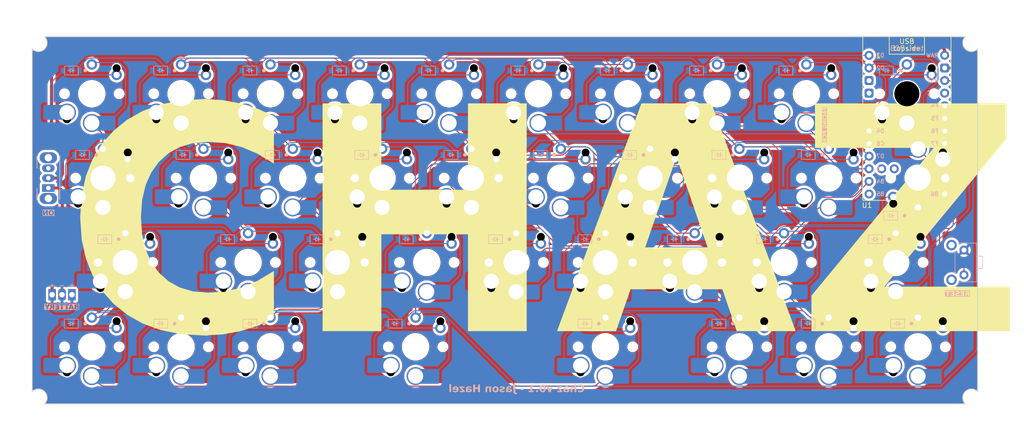
<source format=kicad_pcb>
(kicad_pcb (version 20240108) (generator "pcbnew") (generator_version "8.0")
  (title_block (title "pcb/chaz") (rev "v1.0.0") (company "Unknown"))
  (layers (0 "F.Cu" signal) (31 "B.Cu" signal) (34 "B.Paste" user) (35 "F.Paste" user) (36 "B.SilkS" user "B.Silkscreen") (37 "F.SilkS" user "F.Silkscreen") (38 "B.Mask" user) (39 "F.Mask" user) (44 "Edge.Cuts" user))
  (net 0 "")
  (net 1 "Net-(BT1-+)")
  (net 2 "/GND")
  (net 3 "/row0")
  (net 4 "Net-(D1-A)")
  (net 5 "Net-(D2-A)")
  (net 6 "Net-(D3-A)")
  (net 7 "Net-(D4-A)")
  (net 8 "Net-(D5-A)")
  (net 9 "/row4")
  (net 10 "Net-(D6-A)")
  (net 11 "Net-(D7-A)")
  (net 12 "Net-(D8-A)")
  (net 13 "Net-(D9-A)")
  (net 14 "Net-(D10-A)")
  (net 15 "/row1")
  (net 16 "Net-(D11-A)")
  (net 17 "Net-(D12-A)")
  (net 18 "Net-(D13-A)")
  (net 19 "Net-(D14-A)")
  (net 20 "Net-(D15-A)")
  (net 21 "/row5")
  (net 22 "Net-(D16-A)")
  (net 23 "Net-(D17-A)")
  (net 24 "Net-(D18-A)")
  (net 25 "Net-(D19-A)")
  (net 26 "Net-(D20-A)")
  (net 27 "/row2")
  (net 28 "Net-(D21-A)")
  (net 29 "Net-(D22-A)")
  (net 30 "Net-(D23-A)")
  (net 31 "Net-(D24-A)")
  (net 32 "Net-(D25-A)")
  (net 33 "/row6")
  (net 34 "Net-(D26-A)")
  (net 35 "Net-(D27-A)")
  (net 36 "Net-(D28-A)")
  (net 37 "Net-(D29-A)")
  (net 38 "/row3")
  (net 39 "Net-(D30-A)")
  (net 40 "Net-(D31-A)")
  (net 41 "Net-(D32-A)")
  (net 42 "Net-(D33-A)")
  (net 43 "/row7")
  (net 44 "Net-(D34-A)")
  (net 45 "Net-(D35-A)")
  (net 46 "Net-(D36-A)")
  (net 47 "Net-(D37-A)")
  (net 48 "/RAW")
  (net 50 "/RST")
  (net 51 "/col0")
  (net 52 "/col1")
  (net 53 "/col2")
  (net 54 "/col3")
  (net 55 "/col4")
  (footprint "keyswitches:SW_choc_v1v2_HSxSolder_1u_filets_MBK_blk fixxed flipped solder pads" (layer "F.Cu") (at 108 -51)
    (property "Reference" "SW7" (hide yes))
    (property "Value" "SW_Push_45deg" (hide yes))
  )
  (footprint "keyswitches:SW_choc_v1v2_HSxSolder_1u_filets_MBK_blk fixxed flipped solder pads" (layer "F.Cu") (at 31.5 -17)
    (property "Reference" "SW22" (hide yes))
    (property "Value" "SW_Push_45deg" (hide yes))
  )
  (footprint "keyswitches:SW_choc_v1v2_HSxSolder_1u_filets_MBK_blk fixxed flipped solder pads" (layer "F.Cu") (at 36 0)
    (property "Reference" "SW32" (hide yes))
    (property "Value" "SW_Push_45deg" (hide yes))
  )
  (footprint "keyswitches:SW_choc_v1v2_HSxSolder_1u_filets_MBK_blk fixxed flipped solder pads" (layer "F.Cu") (at 36 -51)
    (property "Reference" "SW3" (hide yes))
    (property "Value" "SW_Push_45deg" (hide yes))
  )
  (footprint "keyswitches:SW_choc_v1v2_HSxSolder_1u_filets_MBK_blk fixxed flipped solder pads" (layer "F.Cu") (at 144 -51)
    (property "Reference" "SW9" (hide yes))
    (property "Value" "SW_Push_45deg" (hide yes))
  )
  (footprint "keyswitches:SW_choc_v1v2_HSxSolder_1u_filets_MBK_blk fixxed flipped solder pads" (layer "F.Cu") (at 126 -51)
    (property "Reference" "SW8" (hide yes))
    (property "Value" "SW_Push_45deg" (hide yes))
  )
  (footprint "keyswitches:SW_choc_v1v2_HSxSolder_1u_filets_MBK_blk fixxed flipped solder pads" (layer "F.Cu") (at 18 -51)
    (property "Reference" "SW2" (hide yes))
    (property "Value" "SW_Push_45deg" (hide yes))
  )
  (footprint "keyswitches:SW_choc_v1v2_HSxSolder_1u_filets_MBK_blk fixxed flipped solder pads" (layer "F.Cu") (at 85.5 -17)
    (property "Reference" "SW25" (hide yes))
    (property "Value" "SW_Push_45deg" (hide yes))
  )
  (footprint "keyswitches:SW_choc_v1v2_HSxSolder_1u_filets_MBK_blk fixxed flipped solder pads" (layer "F.Cu") (at 112.5 -34)
    (property "Reference" "SW17" (hide yes))
    (property "Value" "SW_Push_45deg" (hide yes))
  )
  (footprint "keyswitches:SW_choc_v1v2_HSxSolder_1u_filets_MBK_blk fixxed flipped solder pads" (layer "F.Cu") (at 54 -51)
    (property "Reference" "SW4" (hide yes))
    (property "Value" "SW_Push_45deg" (hide yes))
  )
  (footprint "keyswitches:SW_choc_v1v2_HSxSolder_1u_filets_MBK_blk fixxed flipped solder pads" (layer "F.Cu") (at 103.5 0)
    (property "Reference" "SW34" (hide yes))
    (property "Value" "SW_Push_45deg" (hide yes))
  )
  (footprint "keyswitches:SW_choc_v1v2_HSxSolder_1u_filets_MBK_blk fixxed flipped solder pads" (layer "F.Cu") (at 90 -51)
    (property "Reference" "SW6" (hide yes))
    (property "Value" "SW_Push_45deg" (hide yes))
  )
  (footprint "chaz:3JST_BAT" (layer "F.Cu") (at -6 -10.5)
    (property "Reference" "BT1" (hide yes))
    (property "Value" "Battery" (hide yes))
  )
  (footprint "keyswitches:SW_choc_v1v2_HSxSolder_1u_filets_MBK_blk fixxed flipped solder pads" (layer "F.Cu") (at 0 0)
    (property "Reference" "SW30" (hide yes))
    (property "Value" "SW_Push_45deg" (hide yes))
  )
  (footprint "keyswitches:SW_choc_v1v2_HSxSolder_1u_filets_MBK_blk fixxed flipped solder pads" (layer "F.Cu") (at 67.5 -17)
    (property "Reference" "SW24" (hide yes))
    (property "Value" "SW_Push_45deg" (hide yes))
  )
  (footprint "keyswitches.pretty-master:SW_choc_v1v2_HSxSolder_1u_filets_MBK_blk fixxed flipped solder pads" (layer "F.Cu") (at 164.25 -51)
    (property "Reference" "SW10" (hide yes))
    (property "Value" "SW_Push_45deg" (hide yes))
  )
  (footprint "keyswitches:SW_choc_v1v2_HSxSolder_1u_filets_MBK_blk fixxed flipped solder pads" (layer "F.Cu") (at 6.75 -17)
    (property "Reference" "SW21" (hide yes))
    (property "Value" "SW_Push_45deg" (hide yes))
  )
  (footprint "keyswitches:SW_choc_v1v2_HSxSolder_1u_filets_MBK_blk fixxed flipped solder pads" (layer "F.Cu") (at 0 -51)
    (property "Reference" "SW1" (hide yes))
    (property "Value" "SW_Push_45deg" (hide yes))
  )
  (footprint "keyswitches:SW_choc_v1v2_HSxSolder_1u_filets_MBK_blk fixxed flipped solder pads" (layer "F.Cu") (at 130.5 0)
    (property "Reference" "SW35" (hide yes))
    (property "Value" "SW_Push_45deg" (hide yes))
  )
  (footprint "keyswitches:SW_choc_v1v2_HSxSolder_1u_filets_MBK_blk fixxed flipped solder pads" (layer "F.Cu") (at 76.5 -34)
    (property "Reference" "SW15" (hide yes))
    (property "Value" "SW_Push_45deg" (hide yes))
  )
  (footprint "keyswitches:SW_choc_v1v2_HSxSolder_1u_filets_MBK_blk fixxed flipped solder pads" (layer "F.Cu") (at 72 -51)
    (property "Reference" "SW5" (hide yes))
    (property "Value" "SW_Push_45deg" (hide yes))
  )
  (footprint "keyswitches:SW_choc_v1v2_HSxSolder_1u_filets_MBK_blk fixxed flipped solder pads" (layer "F.Cu") (at 148.5 0)
    (property "Reference" "SW36" (hide yes))
    (property "Value" "SW_Push_45deg" (hide yes))
  )
  (footprint "keyswitches:SW_choc_v1v2_HSxSolder_1u_filets_MBK_blk fixxed flipped solder pads" (layer "F.Cu") (at 40.5 -34)
    (property "Reference" "SW13" (hide yes))
    (property "Value" "SW_Push_45deg" (hide yes))
  )
  (footprint "keyswitches:SW_choc_v1v2_HSxSolder_1u_filets_MBK_blk fixxed flipped solder pads" (layer "F.Cu") (at 22.5 -34)
    (property "Reference" "SW12" (hide yes))
    (property "Value" "SW_Push_45deg" (hide yes))
  )
  (footprint "keyswitches:SW_choc_v1v2_HSxSolder_1u_filets_MBK_blk fixxed flipped solder pads" (layer "F.Cu") (at 162 -17)
    (property "Reference" "SW29" (hide yes))
    (property "Value" "SW_Push_45deg" (hide yes))
  )
  (footprint "keyswitches:SW_choc_v1v2_HSxSolder_1u_filets_MBK_blk fixxed flipped solder pads" (layer "F.Cu") (at 148.5 -34)
    (property "Reference" "SW19" (hide yes))
    (property "Value" "SW_Push_45deg" (hide yes))
  )
  (footprint "keyswitches:SW_choc_v1v2_HSxSolder_1u_filets_MBK_blk fixxed flipped solder pads" (layer "F.Cu") (at 18 0)
    (property "Reference" "SW31" (hide yes))
    (property "Value" "SW_Push_45deg" (hide yes))
  )
  (footprint "keyswitches:SW_choc_v1v2_HSxSolder_1u_filets_MBK_blk fixxed flipped solder pads" (layer "F.Cu") (at 2.25 -34)
    (property "Reference" "SW11" (hide yes))
    (property "Value" "SW_Push_45deg" (hide yes))
  )
  (footprint "keyswitches:SW_choc_v1v2_HSxSolder_1u_filets_MBK_blk fixxed flipped solder pads" (layer "F.Cu") (at 139.5 -17)
    (property "Reference" "SW28" (hide yes))
    (property "Value" "SW_Push_45deg" (hide yes))
  )
  (footprint "keyswitches:SW_choc_v1v2_HSxSolder_1u_filets_MBK_blk fixxed flipped solder pads" (layer "F.Cu") (at 130.5 -34)
    (property "Reference" "SW18" (hide yes))
    (property "Value" "SW_Push_45deg" (hide yes))
  )
  (footprint "keyswitches:SW_choc_v1v2_HSxSolder_1u_filets_MBK_blk fixxed flipped solder pads" (layer "F.Cu") (at 49.5 -17)
    (property "Reference" "SW23" (hide yes))
    (property "Value" "SW_Push_45deg" (hide yes))
  )
  (footprint "keyswitches:SW_choc_v1v2_HSxSolder_1u_filets_MBK_blk fixxed flipped solder pads" (layer "F.Cu") (at 58.5 -34)
    (property "Reference" "SW14" (hide yes))
    (property "Value" "SW_Push_45deg" (hide yes))
  )
  (footprint "keyswitches:SW_choc_v1v2_HSxSolder_1u_filets_MBK_blk fixxed flipped solder pads" (layer "F.Cu") (at 166.5 0)
    (property "Reference" "SW37" (hide yes))
    (property "Value" "SW_Push_45deg" (hide yes))
  )
  (footprint "PCM_marbastlib-xp-promicroish:nice_nano_AH_USBup" (layer "F.Cu") (at 164.25 -44.763)
    (property "Reference" "U1")
    (property "Value" "ProMicro")
  )
  (footprint "keyswitches:SW_choc_v1v2_HSxSolder_1u_filets_MBK_blk fixxed flipped solder pads" (layer "F.Cu") (at 94.5 -34)
    (property "Reference" "SW16" (hide yes))
    (property "Value" "SW_Push_45deg" (hide yes))
  )
  (footprint "keyswitches:SW_choc_v1v2_HSxSolder_1u_filets_MBK_blk fixxed flipped solder pads" (layer "F.Cu") (at 166.5 -34)
    (property "Reference" "SW20" (hide yes))
    (property "Value" "SW_Push_45deg" (hide yes))
  )
  (footprint "keyswitches:SW_choc_v1v2_HSxSolder_1u_filets_MBK_blk fixxed flipped solder pads" (layer "F.Cu") (at 103.5 -17)
    (property "Reference" "SW26" (hide yes))
    (property "Value" "SW_Push_45deg" (hide yes))
  )
  (footprint "keyswitches:SW_choc_v1v2_HSxSolder_1u_filets_MBK_blk fixxed flipped solder pads" (layer "F.Cu") (at 121.494981 -17)
    (property "Reference" "SW27" (hide yes))
    (property "Value" "SW_Push_45deg" (hide yes))
  )
  (footprint "keyswitches:SW_choc_v1v2_HSxSolder_1u_filets_MBK_blk fixxed flipped solder pads" (layer "F.Cu") (at 65.25 0)
    (property "Reference" "SW33" (hide yes))
    (property "Value" "SW_Push_45deg" (hide yes))
  )
  (footprint "0-jasonhazel-footprints:D_SOD-123" (layer "B.Cu") (at 2.621712 -21.670953 180)
    (property "Reference" "D21" (hide yes))
    (property "Value" "1N4148W" (hide yes))
  )
  (footprint "0-jasonhazel-footprints:D_SOD-123" (layer "B.Cu") (at 160.994073 -26.435759 180)
    (property "Reference" "D20" (hide yes))
    (property "Value" "1N4148W" (hide yes))
  )
  (footprint "0-jasonhazel-footprints:D_SOD-123" (layer "B.Cu") (at 61.121712 -4.670953 180)
    (property "Reference" "D33" (hide yes))
    (property "Value" "1N4148W" (hide yes))
  )
  (footprint "0-jasonhazel-footprints:D_SOD-123" (layer "B.Cu") (at 31.871712 -4.670953 180)
    (property "Reference" "D32" (hide yes))
    (property "Value" "1N4148W" (hide yes))
  )
  (footprint "0-jasonhazel-footprints:D_SOD-123" (layer "B.Cu") (at 99.371712 -21.670953 180)
    (property "Reference" "D26" (hide yes))
    (property "Value" "1N4148W" (hide yes))
  )
  (footprint "0-jasonhazel-footprints:D_SOD-123" (layer "B.Cu") (at 72.371712 -38.670953 180)
    (property "Reference" "D15" (hide yes))
    (property "Value" "1N4148W" (hide yes))
  )
  (footprint "0-jasonhazel-footprints:D_SOD-123" (layer "B.Cu") (at -4.128288 -4.670953 180)
    (property "Reference" "D30" (hide yes))
    (property "Value" "1N4148W" (hide yes))
  )
  (footprint "0-jasonhazel-footprints:D_SOD-123" (layer "B.Cu") (at 162.371712 -4.670953 180)
    (property "Reference" "D37" (hide yes))
    (property "Value" "1N4148W" (hide yes))
  )
  (footprint "0-jasonhazel-footprints:D_SOD-123" (layer "B.Cu") (at 99.371712 -4.670953 180)
    (property "Reference" "D34" (hide yes))
    (property "Value" "1N4148W" (hide yes))
  )
  (footprint "0-jasonhazel-footprints:D_SOD-123" (layer "B.Cu") (at 13.871712 -55.670953 180)
    (property "Reference" "D2" (hide yes))
    (property "Value" "1N4148W" (hide yes))
  )
  (footprint "0-jasonhazel-footprints:D_SOD-123" (layer "B.Cu") (at 85.871712 -55.670953 180)
    (property "Reference" "D6" (hide yes))
    (property "Value" "1N4148W" (hide yes))
  )
  (footprint "0-jasonhazel-footprints:SW_CuK_OS102011MA1QN1_SPDT_Angled" (layer "B.Cu") (at -8.75 -32 90)
    (property "Reference" "PWR1")
    (property "Value" "SW_SPDT")
  )
  (footprint "0-jasonhazel-footprints:D_SOD-123" (layer "B.Cu") (at 67.871712 -55.670953 180)
    (property "Reference" "D5" (hide yes))
    (property "Value" "1N4148W" (hide yes))
  )
  (footprint "0-jasonhazel-footprints:D_SOD-123" (layer "B.Cu") (at 27.371712 -21.670953 180)
    (property "Reference" "D22" (hide yes))
    (property "Value" "1N4148W" (hide yes))
  )
  (footprint "0-jasonhazel-footprints:D_SOD-123" (layer "B.Cu") (at 63.371712 -21.670953 180)
    (property "Reference" "D24" (hide yes))
    (property "Value" "1N4148W" (hide yes))
  )
  (footprint "0-jasonhazel-footprints:D_SOD-123" (layer "B.Cu") (at 121.871712 -55.670953 180)
    (property "Reference" "D8" (hide yes))
    (property "Value" "1N4148W" (hide yes))
  )
  (footprint "0-jasonhazel-footprints:D_SOD-123" (layer "B.Cu") (at 139.871712 -55.670953 180)
    (property "Reference" "D9" (hide yes))
    (property "Value" "1N4148W" (hide yes))
  )
  (footprint "0-jasonhazel-footprints:D_SOD-123" (layer "B.Cu") (at 126.371712 -4.670953 180)
    (property "Reference" "D35" (hide yes))
    (property "Value" "1N4148W" (hide yes))
  )
  (footprint "0-jasonhazel-footprints:D_SOD-123" (layer "B.Cu") (at 18.371712 -38.670953 180)
    (property "Reference" "D12" (hide yes))
    (property "Value" "1N4148W" (hide yes))
  )
  (footprint "0-jasonhazel-footprints:D_SOD-123" (layer "B.Cu") (at 160.121712 -55.670953 180)
    (property "Reference" "D10" (hide yes))
    (property "Value" "1N4148W" (hide yes))
  )
  (footprint "0-jasonhazel-footprints:D_SOD-123" (layer "B.Cu") (at 54.371712 -38.670953 180)
    (property "Reference" "D14" (hide yes))
    (property "Value" "1N4148W" (hide yes))
  )
  (footprint "0-jasonhazel-footprints:D_SOD-123" (layer "B.Cu") (at 108.371712 -38.670953 180)
    (property "Reference" "D17" (hide yes))
    (property "Value" "1N4148W" (hide yes))
  )
  (footprint "0-jasonhazel-footprints:D_SOD-123" (layer "B.Cu") (at 90.371712 -38.670953 180)
    (property "Reference" "D16" (hide yes))
    (property "Value" "1N4148W" (hide yes))
  )
  (footprint "0-jasonhazel-footprints:D_SOD-123" (layer "B.Cu") (at 126.371712 -38.670953 180)
    (property "Reference" "D18" (hide yes))
    (property "Value" "1N4148W" (hide yes))
  )
  (footprint "0-jasonhazel-footprints:D_SOD-123" (layer "B.Cu") (at 45.371712 -21.670953 180)
    (property "Reference" "D23" (hide yes))
    (property "Value" "1N4148W" (hide yes))
  )
  (footprint "0-jasonhazel-footprints:D_SOD-123" (layer "B.Cu") (at 31.871712 -55.670953 180)
    (property "Reference" "D3" (hide yes))
    (property "Value" "1N4148W" (hide yes))
  )
  (footprint "0-jasonhazel-footprints:D_SOD-123" (layer "B.Cu") (at -4.128288 -55.670953 180)
    (property "Reference" "D1" (hide yes))
    (property "Value" "1N4148W" (hide yes))
  )
  (footprint "0-jasonhazel-footprints:D_SOD-123" (layer "B.Cu") (at 81.371712 -21.670953 180)
    (property "Reference" "D25" (hide yes))
    (property "Value" "1N4148W" (hide yes))
  )
  (footprint "0-jasonhazel-footprints:D_SOD-123" (layer "B.Cu") (at 157.871712 -21.670953 180)
    (property "Reference" "D29" (hide yes))
    (property "Value" "1N4148W" (hide yes))
  )
  (footprint "0-jasonhazel-footprints:D_SOD-123" (layer "B.Cu") (at -1.878288 -38.670953 180)
    (property "Reference" "D11" (hide yes))
    (property "Value" "1N4148W" (hide yes))
  )
  (footprint "0-jasonhazel-footprints:D_SOD-123" (layer "B.Cu") (at 144.371712 -38.670953 180)
    (property "Reference" "D19" (hide yes))
    (property "Value" "1N4148W" (hide yes))
  )
  (footprint "0-jasonhazel-footprints:D_SOD-123" (layer "B.Cu") (at 36.371712 -38.670953 180)
    (property "Reference" "D13" (hide yes))
    (property "Value" "1N4148W" (hide yes))
  )
  (footprint "0-jasonhazel-footprints:D_SOD-123" (layer "B.Cu") (at 135.371712 -21.670953 180)
    (property "Reference" "D28" (hide yes))
    (property "Value" "1N4148W" (hide yes))
  )
  (footprint "0-jasonhazel-footprints:D_SOD-123" (layer "B.Cu") (at 144.371712 -4.670953 180)
    (property "Reference" "D36" (hide yes))
    (property "Value" "1N4148W" (hide yes))
  )
  (footprint "0-jasonhazel-footprints:D_SOD-123" (layer "B.Cu") (at 13.871712 -4.670953 180)
    (property "Reference" "D31" (hide yes))
    (property "Value" "1N4148W" (hide yes))
  )
  (footprint "0-jasonhazel-footprints:D_SOD-123" (layer "B.Cu") (at 117.371712 -21.670953 180)
    (property "Reference" "D27" (hide yes))
    (property "Value" "1N4148W" (hide yes))
  )
  (footprint "0-jasonhazel-footprints:D_SOD-123" (layer "B.Cu") (at 103.871712 -55.670953 180)
    (property "Reference" "D7" (hide yes))
    (property "Value" "1N4148W" (hide yes))
  )
  (footprint "chaz:SKHLLCA010" (layer "B.Cu") (at 174.5 -17 90)
    (property "Reference" "RST1")
    (property "Value" "SW_Push_45deg" (hide yes))
  )
  (footprint "0-jasonhazel-footprints:D_SOD-123" (layer "B.Cu") (at 49.871712 -55.670953 180)
    (property "Reference" "D4" (hide yes))
    (property "Value" "1N4148W" (hide yes))
  )
  (gr_line (start 176.025255 11.5) (end -9.525255 11.5) (stroke (width 0.15)) (layer "Edge.Cuts"))
  (gr_arc (start 178.5 -60.025255) (mid 176.012563 -60.012563) (end 176.025255 -62.5) (stroke (width 0.15)) (layer "Edge.Cuts"))
  (gr_line (start -12 9.025255) (end -12 -60.025255) (stroke (width 0.15)) (layer "Edge.Cuts"))
  (gr_arc (start 176.025255 11.5) (mid 176.012563 9.012563) (end 178.5 9.025255) (stroke (width 0.15)) (layer "Edge.Cuts"))
  (gr_line (start -9.525255 -62.5) (end 176.025255 -62.5) (stroke (width 0.15)) (layer "Edge.Cuts"))
  (gr_arc (start -9.525255 -62.5) (mid -9.512563 -60.012563) (end -12 -60.025255) (stroke (width 0.15)) (layer "Edge.Cuts"))
  (gr_line (start 178.5 -60.025255) (end 178.5 9.025255) (stroke (width 0.15)) (layer "Edge.Cuts"))
  (gr_arc (start -12 9.025255) (mid -9.512563 9.012563) (end -9.525255 11.5) (stroke (width 0.15)) (layer "Edge.Cuts"))
  (gr_text "Chaz v0.1 - Jason Hazel" (at 85.617216 8.51431 0) (layer "B.SilkS") (effects (font (size 1.5 1.5) (thickness 0.3) (bold yes)) (justify mirror)))
  (gr_text "CHAZ" (at -5.475313 4.490624 0) (layer "F.SilkS") (effects (font (size 45 45) (thickness 0.3) (bold yes)) (justify left bottom)))
  (segment (start -5.943821 -31) (end -5.943821 -28.32393) (width 0.6) (layer "F.Cu") (net 1))
  (segment (start -8 -26.32393) (end -8 -10.5) (width 0.6) (layer "F.Cu") (net 1))
  (segment (start -6.943821 -32) (end -8.75 -32) (width 0.6) (layer "F.Cu") (net 1))
  (segment (start -7 -27.32393) (end -6.943821 -27.32393) (width 0.6) (layer "F.Cu") (net 1))
  (arc (start -7 -27.32393) (mid -7.707107 -27.031037) (end -8 -26.32393) (width 0.6) (layer "F.Cu") (net 1))
  (arc (start -5.943821 -28.32393) (mid -6.236714 -27.616823) (end -6.943821 -27.32393) (width 0.6) (layer "F.Cu") (net 1))
  (arc (start -5.943821 -31) (mid -6.236714 -31.707107) (end -6.943821 -32) (width 0.6) (layer "F.Cu") (net 1))
  (segment (start -8 -8.229571) (end -8 -10.5) (width 0.6) (layer "B.Cu") (net 1))
  (segment (start -7 -7.229571) (end -5 -7.229571) (width 0.6) (layer "B.Cu") (net 1))
  (segment (start -4 -8.229571) (end -4 -10.5) (width 0.6) (layer "B.Cu") (net 1))
  (arc (start -7 -7.229571) (mid -7.707107 -7.522464) (end -8 -8.229571) (width 0.6) (layer "B.Cu") (net 1))
  (arc (start -5 -7.229571) (mid -4.292893 -7.522464) (end -4 -8.229571) (width 0.6) (layer "B.Cu") (net 1))
  (segment (start 69.238869 -55.953795) (end 67.414113 -57.778551) (width 0.2) (layer "B.Cu") (net 3))
  (segment (start -1.147289 -57.778551) (end -2.203718 -56.722122) (width 0.2) (layer "B.Cu") (net 3))
  (segment (start -2.478288 -56.059253) (end -2.478288 -55.670953) (width 0.2) (layer "B.Cu") (net 3))
  (segment (start 17.791249 -58.177) (end 30.452174 -58.177) (width 0.2) (layer "B.Cu") (net 3))
  (segment (start 53.653222 -58.177) (end 66.452174 -58.177) (width 0.2) (layer "B.Cu") (net 3))
  (segment (start 48.452174 -58.177) (end 35.828289 -58.177) (width 0.2) (layer "B.Cu") (net 3))
  (segment (start -0.18535 -58.177) (end 12.452174 -58.177) (width 0.2) (layer "B.Cu") (net 3))
  (segment (start 15.238869 -55.953795) (end 13.414113 -57.778551) (width 0.2) (layer "B.Cu") (net 3))
  (segment (start 72.347249 -58.733) (end 156.63 -58.733) (width 0.2) (layer "B.Cu") (net 3))
  (segment (start 33.521712 -56.052433) (end 33.521712 -55.670953) (width 0.2) (layer "B.Cu") (net 3))
  (segment (start 51.853354 -56.940622) (end 52.691283 -57.778551) (width 0.2) (layer "B.Cu") (net 3))
  (segment (start 31.414113 -57.778551) (end 33.521712 -55.670953) (width 0.2) (layer "B.Cu") (net 3))
  (segment (start 69.804554 -56.753795) (end 71.38531 -58.334551) (width 0.2) (layer "B.Cu") (net 3))
  (segment (start 33.791459 -56.70366) (end 34.86635 -57.778551) (width 0.2) (layer "B.Cu") (net 3))
  (segment (start 16.82931 -57.778551) (end 15.804554 -56.753795) (width 0.2) (layer "B.Cu") (net 3))
  (segment (start 51.521712 -56.139966) (end 51.521712 -55.670953) (width 0.2) (layer "B.Cu") (net 3))
  (segment (start 49.414113 -57.778551) (end 51.521712 -55.670953) (width 0.2) (layer "B.Cu") (net 3))
  (arc (start -2.203718 -56.722122) (mid -2.406929 -56.417995) (end -2.478288 -56.059253) (width 0.2) (layer "B.Cu") (net 3))
  (arc (start 33.791459 -56.70366) (mid 33.591816 -56.404874) (end 33.521712 -56.052433) (width 0.2) (layer "B.Cu") (net 3))
  (arc (start 53.653222 -58.177) (mid 53.132624 -58.073446) (end 52.691283 -57.778551) (width 0.2) (layer "B.Cu") (net 3))
  (arc (start 72.347249 -58.733) (mid 71.826651 -58.629446) (end 71.38531 -58.334551) (width 0.2) (layer "B.Cu") (net 3))
  (arc (start 15.238869 -55.953795) (mid 15.419431 -55.917879) (end 15.521712 -56.070953) (width 0.2) (layer "B.Cu") (net 3))
  (arc (start 31.414113 -57.778551) (mid 30.972771 -58.073446) (end 30.452174 -58.177) (width 0.2) (layer "B.Cu") (net 3))
  (arc (start 15.804554 -56.753795) (mid 15.59522 -56.440504) (end 15.521712 -56.070953) (width 0.2) (layer "B.Cu") (net 3))
  (arc (start -0.18535 -58.177) (mid -0.705947 -58.073446) (end -1.147289 -57.778551) (width 0.2) (layer "B.Cu") (net 3))
  (arc (start 35.828289 -58.177) (mid 35.307691 -58.073446) (end 34.86635 -57.778551) (width 0.2) (layer "B.Cu") (net 3))
  (arc (start 69.238869 -55.953795) (mid 69.419431 -55.917879) (end 69.521712 -56.070953) (width 0.2) (layer "B.Cu") (net 3))
  (arc (start 49.414113 -57.778551) (mid 48.972771 -58.073446) (end 48.452174 -58.177) (width 0.2) (layer "B.Cu") (net 3))
  (arc (start 69.804554 -56.753795) (mid 69.59522 -56.440504) (end 69.521712 -56.070953) (width 0.2) (layer "B.Cu") (net 3))
  (arc (start 51.853354 -56.940622) (mid 51.607902 -56.573278) (end 51.521712 -56.139966) (width 0.2) (layer "B.Cu") (net 3))
  (arc (start 17.791249 -58.177) (mid 17.270651 -58.073446) (end 16.82931 -57.778551) (width 0.2) (layer "B.Cu") (net 3))
  (arc (start 13.414113 -57.778551) (mid 12.972771 -58.073446) (end 12.452174 -58.177) (width 0.2) (layer "B.Cu") (net 3))
  (arc (start 67.414113 -57.778551) (mid 66.972771 -58.073446) (end 66.452174 -58.177) (width 0.2) (layer "B.Cu") (net 3))
  (segment (start -5.778288 -55.670953) (end -5.305782 -55.198447) (width 0.2) (layer "B.Cu") (net 4))
  (segment (start -8.345001 -52.540749) (end -8.345001 -47.25) (width 0.2) (layer "B.Cu") (net 4))
  (segment (start -4.343843 -54.799999) (end 5 -54.799999) (width 0.2) (layer "B.Cu") (net 4))
  (segment (start -5.778288 -55.670953) (end -7.946552 -53.502688) (width 0.2) (layer "B.Cu") (net 4))
  (arc (start -5.305782 -55.198447) (mid -4.86444 -54.903552) (end -4.343843 -54.799999) (width 0.2) (layer "B.Cu") (net 4))
  (arc (start -7.946552 -53.502688) (mid -8.241447 -53.061346) (end -8.345001 -52.540749) (width 0.2) (layer "B.Cu") (net 4))
  (segment (start 9.654999 -52.540749) (end 9.654999 -47.25) (width 0.2) (layer "B.Cu") (net 5))
  (segment (start 13.656156 -54.799999) (end 23 -54.799999) (width 0.2) (layer "B.Cu") (net 5))
  (segment (start 12.694217 -55.198447) (end 12.221712 -55.670953) (width 0.2) (layer "B.Cu") (net 5))
  (segment (start 12.221712 -55.670953) (end 10.053447 -53.502688) (width 0.2) (layer "B.Cu") (net 5))
  (arc (start 12.694217 -55.198447) (mid 13.135558 -54.903552) (end 13.656156 -54.799999) (width 0.2) (layer "B.Cu") (net 5))
  (arc (start 10.053447 -53.502688) (mid 9.758552 -53.061346) (end 9.654999 -52.540749) (width 0.2) (layer "B.Cu") (net 5))
  (segment (start 27.654999 -52.540749) (end 27.654999 -47.25) (width 0.2) (layer "B.Cu") (net 6))
  (segment (start 30.221712 -55.670953) (end 28.053447 -53.502688) (width 0.2) (layer "B.Cu") (net 6))
  (segment (start 31.656156 -54.799999) (end 41 -54.799999) (width 0.2) (layer "B.Cu") (net 6))
  (segment (start 30.221712 -55.670953) (end 30.694217 -55.198447) (width 0.2) (layer "B.Cu") (net 6))
  (arc (start 28.053447 -53.502688) (mid 27.758552 -53.061346) (end 27.654999 -52.540749) (width 0.2) (layer "B.Cu") (net 6))
  (arc (start 30.694217 -55.198447) (mid 31.135558 -54.903552) (end 31.656156 -54.799999) (width 0.2) (layer "B.Cu") (net 6))
  (segment (start 49.656156 -54.799999) (end 59 -54.799999) (width 0.2) (layer "B.Cu") (net 7))
  (segment (start 45.654999 -52.540749) (end 45.654999 -47.25) (width 0.2) (layer "B.Cu") (net 7))
  (segment (start 46.053447 -53.502688) (end 48.221712 -55.670953) (width 0.2) (layer "B.Cu") (net 7))
  (segment (start 48.221712 -55.670953) (end 48.694217 -55.198447) (width 0.2) (layer "B.Cu") (net 7))
  (arc (start 46.053447 -53.502688) (mid 45.758552 -53.061346) (end 45.654999 -52.540749) (width 0.2) (layer "B.Cu") (net 7))
  (arc (start 48.694217 -55.198447) (mid 49.135558 -54.903552) (end 49.656156 -54.799999) (width 0.2) (layer "B.Cu") (net 7))
  (segment (start 66.694217 -55.198447) (end 66.221712 -55.670953) (width 0.2) (layer "B.Cu") (net 8))
  (segment (start 63.654999 -52.540749) (end 63.654999 -47.25) (width 0.2) (layer "B.Cu") (net 8))
  (segment (start 67.656156 -54.799999) (end 77 -54.799999) (width 0.2) (layer "B.Cu") (net 8))
  (segment (start 64.053447 -53.502688) (end 66.221712 -55.670953) (width 0.2) (layer "B.Cu") (net 8))
  (arc (start 64.053447 -53.502688) (mid 63.758552 -53.061346) (end 63.654999 -52.540749) (width 0.2) (layer "B.Cu") (net 8))
  (arc (start 66.694217 -55.198447) (mid 67.135558 -54.903552) (end 67.656156 -54.799999) (width 0.2) (layer "B.Cu") (net 8))
  (segment (start 89.666863 -58.177) (end 102.452174 -58.177) (width 0.2) (layer "B.Cu") (net 9))
  (segment (start 158.09349 -57.093) (end 159.786174 -57.093) (width 0.2) (layer "B.Cu") (net 9))
  (segment (start 155.044448 -57.778551) (end 156.276446 -56.546553) (width 0.2) (layer "B.Cu") (net 9))
  (segment (start 87.848531 -56.922158) (end 88.704924 -57.778551) (width 0.2) (layer "B.Cu") (net 9))
  (segment (start 143.791249 -58.177) (end 154.082509 -58.177) (width 0.2) (layer "B.Cu") (net 9))
  (segment (start 106.986162 -57.778551) (end 105.749099 -56.541488) (width 0.2) (layer "B.Cu") (net 9))
  (segment (start 157.131551 -56.694551) (end 156.983553 -56.546553) (width 0.2) (layer "B.Cu") (net 9))
  (segment (start 105.294324 -55.89834) (end 103.414113 -57.778551) (width 0.2) (layer "B.Cu") (net 9))
  (segment (start 138.602174 -58.177) (end 125.999891 -58.177) (width 0.2) (layer "B.Cu") (net 9))
  (segment (start 141.468678 -55.873985) (end 139.564113 -57.778551) (width 0.2) (layer "B.Cu") (net 9))
  (segment (start 160.748113 -56.694551) (end 161.771712 -55.670953) (width 0.2) (layer "B.Cu") (net 9))
  (segment (start 142.82931 -57.778551) (end 141.804554 -56.753795) (width 0.2) (layer "B.Cu") (net 9))
  (segment (start 123.312635 -55.880029) (end 121.414113 -57.778551) (width 0.2) (layer "B.Cu") (net 9))
  (segment (start 87.521712 -56.133146) (end 87.521712 -55.670953) (width 0.2) (layer "B.Cu") (net 9))
  (segment (start 141.521712 -56.070953) (end 141.521712 -55.745953) (width 0.2) (layer "B.Cu") (net 9))
  (segment (start 107.948101 -58.177) (end 120.452174 -58.177) (width 0.2) (layer "B.Cu") (net 9))
  (segment (start 123.730788 -56.471387) (end 125.037952 -57.778551) (width 0.2) (layer "B.Cu") (net 9))
  (arc (start 156.276446 -56.546553) (mid 156.629999 -56.400106) (end 156.983553 -56.546553) (width 0.2) (layer "B.Cu") (net 9))
  (arc (start 123.730788 -56.471387) (mid 123.576049 -56.239803) (end 123.521712 -55.966632) (width 0.2) (layer "B.Cu") (net 9))
  (arc (start 87.848531 -56.922158) (mid 87.606649 -56.560156) (end 87.521712 -56.133146) (width 0.2) (layer "B.Cu") (net 9))
  (arc (start 103.414113 -57.778551) (mid 102.972771 -58.073446) (end 102.452174 -58.177) (width 0.2) (layer "B.Cu") (net 9))
  (arc (start 143.791249 -58.177) (mid 143.270651 -58.073446) (end 142.82931 -57.778551) (width 0.2) (layer "B.Cu") (net 9))
  (arc (start 125.999891 -58.177) (mid 125.479293 -58.073446) (end 125.037952 -57.778551) (width 0.2) (layer "B.Cu") (net 9))
  (arc (start 121.414113 -57.778551) (mid 120.972771 -58.073446) (end 120.452174 -58.177) (width 0.2) (layer "B.Cu") (net 9))
  (arc (start 141.521712 -55.745953) (mid 141.521712 -55.745953) (end 141.521712 -55.745953) (width 0.2) (layer "B.Cu") (net 9))
  (arc (start 155.044448 -57.778551) (mid 154.603106 -58.073446) (end 154.082509 -58.177) (width 0.2) (layer "B.Cu") (net 9))
  (arc (start 160.748113 -56.694551) (mid 160.306771 -56.989446) (end 159.786174 -57.093) (width 0.2) (layer "B.Cu") (net 9))
  (arc (start 141.468678 -55.873985) (mid 141.507928 -55.815243) (end 141.521712 -55.745953) (width 0.2) (layer "B.Cu") (net 9))
  (arc (start 89.666863 -58.177) (mid 89.146265 -58.073446) (end 88.704924 -57.778551) (width 0.2) (layer "B.Cu") (net 9))
  (arc (start 105.294324 -55.89834) (mid 105.439484 -55.869465) (end 105.521712 -55.992527) (width 0.2) (layer "B.Cu") (net 9))
  (arc (start 158.09349 -57.093) (mid 157.572892 -56.989446) (end 157.131551 -56.694551) (width 0.2) (layer "B.Cu") (net 9))
  (arc (start 139.564113 -57.778551) (mid 139.122771 -58.073446) (end 138.602174 -58.177) (width 0.2) (layer "B.Cu") (net 9))
  (arc (start 107.948101 -58.177) (mid 107.427503 -58.073446) (end 106.986162 -57.778551) (width 0.2) (layer "B.Cu") (net 9))
  (arc (start 105.749099 -56.541488) (mid 105.580807 -56.289622) (end 105.521712 -55.992527) (width 0.2) (layer "B.Cu") (net 9))
  (arc (start 123.312635 -55.880029) (mid 123.446106 -55.85348) (end 123.521712 -55.966632) (width 0.2) (layer "B.Cu") (net 9))
  (arc (start 141.804554 -56.753795) (mid 141.59522 -56.440504) (end 141.521712 -56.070953) (width 0.2) (layer "B.Cu") (net 9))
  (segment (start 85.656156 -54.799999) (end 95 -54.799999) (width 0.2) (layer "B.Cu") (net 10))
  (segment (start 84.221712 -55.670953) (end 84.694217 -55.198447) (width 0.2) (layer "B.Cu") (net 10))
  (segment (start 84.221712 -55.670953) (end 82.053447 -53.502688) (width 0.2) (layer "B.Cu") (net 10))
  (segment (start 81.654999 -52.540749) (end 81.654999 -47.25) (width 0.2) (layer "B.Cu") (net 10))
  (arc (start 82.053447 -53.502688) (mid 81.758552 -53.061346) (end 81.654999 -52.540749) (width 0.2) (layer "B.Cu") (net 10))
  (arc (start 84.694217 -55.198447) (mid 85.135558 -54.903552) (end 85.656156 -54.799999) (width 0.2) (layer "B.Cu") (net 10))
  (segment (start 99.654999 -52.540749) (end 99.654999 -47.25) (width 0.2) (layer "B.Cu") (net 11))
  (segment (start 103.656156 -54.799999) (end 113 -54.799999) (width 0.2) (layer "B.Cu") (net 11))
  (segment (start 102.221712 -55.670953) (end 100.053447 -53.502688) (width 0.2) (layer "B.Cu") (net 11))
  (segment (start 102.221712 -55.670953) (end 102.694217 -55.198447) (width 0.2) (layer "B.Cu") (net 11))
  (arc (start 100.053447 -53.502688) (mid 99.758552 -53.061346) (end 99.654999 -52.540749) (width 0.2) (layer "B.Cu") (net 11))
  (arc (start 102.694217 -55.198447) (mid 103.135558 -54.903552) (end 103.656156 -54.799999) (width 0.2) (layer "B.Cu") (net 11))
  (segment (start 121.656156 -54.799999) (end 131 -54.799999) (width 0.2) (layer "B.Cu") (net 12))
  (segment (start 117.654999 -52.540749) (end 117.654999 -47.25) (width 0.2) (layer "B.Cu") (net 12))
  (segment (start 118.053447 -53.502688) (end 120.221712 -55.670953) (width 0.2) (layer "B.Cu") (net 12))
  (segment (start 120.221712 -55.670953) (end 120.694217 -55.198447) (width 0.2) (layer "B.Cu") (net 12))
  (arc (start 120.694217 -55.198447) (mid 121.135558 -54.903552) (end 121.656156 -54.799999) (width 0.2) (layer "B.Cu") (net 12))
  (arc (start 118.053447 -53.502688) (mid 117.758552 -53.061346) (end 117.654999 -52.540749) (width 0.2) (layer "B.Cu") (net 12))
  (segment (start 138.694217 -55.198447) (end 138.221712 -55.670953) (width 0.2) (layer "B.Cu") (net 13))
  (segment (start 135.654999 -52.540749) (end 135.654999 -47.25) (width 0.2) (layer "B.Cu") (net 13))
  (segment (start 136.053447 -53.502688) (end 138.221712 -55.670953) (width 0.2) (layer "B.Cu") (net 13))
  (segment (start 139.656156 -54.799999) (end 149 -54.799999) (width 0.2) (layer "B.Cu") (net 13))
  (arc (start 136.053447 -53.502688) (mid 135.758552 -53.061346) (end 135.654999 -52.540749) (width 0.2) (layer "B.Cu") (net 13))
  (arc (start 138.694217 -55.198447) (mid 139.135558 -54.903552) (end 139.656156 -54.799999) (width 0.2) (layer "B.Cu") (net 13))
  (segment (start 156.306931 -47.25) (end 155.904999 -47.25) (width 0.2) (layer "B.Cu") (net 14))
  (segment (start 159.95 -51.054626) (end 159.95 -53.629174) (width 0.2) (layer "B.Cu") (net 14))
  (segment (start 158.471712 -55.670953) (end 158.944217 -55.198447) (width 0.2) (layer "B.Cu") (net 14))
  (segment (start 158.471712 -55.670953) (end 159.551551 -54.591113) (width 0.2) (layer "B.Cu") (net 14))
  (segment (start 159.906156 -54.799999) (end 169.25 -54.799999) (width 0.2) (layer "B.Cu") (net 14))
  (segment (start 159.551551 -50.092687) (end 156.993073 -47.534209) (width 0.2) (layer "B.Cu") (net 14))
  (arc (start 158.944217 -55.198447) (mid 159.385558 -54.903552) (end 159.906156 -54.799999) (width 0.2) (layer "B.Cu") (net 14))
  (arc (start 159.95 -51.054626) (mid 159.846446 -50.534028) (end 159.551551 -50.092687) (width 0.2) (layer "B.Cu") (net 14))
  (arc (start 159.551551 -54.591113) (mid 159.846446 -54.149771) (end 159.95 -53.629174) (width 0.2) (layer "B.Cu") (net 14))
  (arc (start 156.993073 -47.534209) (mid 156.678268 -47.323863) (end 156.306931 -47.25) (width 0.2) (layer "B.Cu") (net 14))
  (segment (start 171.281863 -41.541135) (end 171.858968 -40.964031) (width 0.2) (layer "B.Cu") (net 15))
  (segment (start 56.021712 -38.670953) (end 53.914113 -40.778551) (width 0.2) (layer "B.Cu") (net 15))
  (segment (start 52.952174 -41.177) (end 40.291249 -41.177) (width 0.2) (layer "B.Cu") (net 15))
  (segment (start 56.021712 -39.070953) (end 56.021712 -38.670953) (width 0.2) (layer "B.Cu") (net 15))
  (segment (start 154.868944 -43.325763) (end 155.764732 -44.221551) (width 0.2) (layer "B.Cu") (net 15))
  (segment (start 19.738869 -38.953795) (end 17.914113 -40.778551) (width 0.2) (layer "B.Cu") (net 15))
  (segment (start 73.738869 -38.953795) (end 71.914113 -40.778551) (width 0.2) (layer "B.Cu") (net 15))
  (segment (start 16.952174 -41.177) (end 2.041249 -41.177) (width 0.2) (layer "B.Cu") (net 15))
  (segment (start 70.952174 -41.177) (end 58.291249 -41.177) (width 0.2) (layer "B.Cu") (net 15))
  (segment (start -0.228287 -39.070953) (end -0.228288 -38.670953) (width 0.2) (layer "B.Cu") (net 15))
  (segment (start 162.261837 -44.221551) (end 164.145356 -42.338032) (width 0.2) (layer "B.Cu") (net 15))
  (segment (start 35.914113 -40.778551) (end 38.021712 -38.670953) (width 0.2) (layer "B.Cu") (net 15))
  (segment (start 21.32931 -40.778551) (end 20.304554 -39.753795) (width 0.2) (layer "B.Cu") (net 15))
  (segment (start 38.304554 -39.753795) (end 39.32931 -40.778551) (width 0.2) (layer "B.Cu") (net 15))
  (segment (start 38.021712 -39.070953) (end 38.021712 -38.670953) (width 0.2) (layer "B.Cu") (net 15))
  (segment (start 0.054554 -39.753795) (end 1.07931 -40.778551) (width 0.2) (layer "B.Cu") (net 15))
  (segment (start 170.319925 -41.939584) (end 165.107295 -41.939584) (width 0.2) (layer "B.Cu") (net 15))
  (segment (start 171.675733 -41.147267) (end 171.675733 -41.152805) (width 0.2) (layer "B.Cu") (net 15))
  (segment (start 78.041564 -42.927315) (end 153.907005 -42.927315) (width 0.2) (layer "B.Cu") (net 15))
  (segment (start 22.291249 -41.177) (end 34.952174 -41.177) (width 0.2) (layer "B.Cu") (net 15))
  (segment (start 77.079625 -42.528866) (end 74.304554 -39.753795) (width 0.2) (layer "B.Cu") (net 15))
  (segment (start 56.304554 -39.753795) (end 57.32931 -40.778551) (width 0.2) (layer "B.Cu") (net 15))
  (segment (start 171.847937 -40.915336) (end 171.847937 -40.808397) (width 0.2) (layer "B.Cu") (net 15))
  (segment (start 161.299898 -44.62) (end 156.726671 -44.62) (width 0.2) (layer "B.Cu") (net 15))
  (arc (start 22.291249 -41.177) (mid 21.770651 -41.073446) (end 21.32931 -40.778551) (width 0.2) (layer "B.Cu") (net 15))
  (arc (start 38.304554 -39.753795) (mid 38.09522 -39.440504) (end 38.021712 -39.070953) (width 0.2) (layer "B.Cu") (net 15))
  (arc (start 40.291249 -41.177) (mid 39.770651 -41.073446) (end 39.32931 -40.778551) (width 0.2) (layer "B.Cu") (net 15))
  (arc (start 58.291249 -41.177) (mid 57.770651 -41.073446) (end 57.32931 -40.778551) (width 0.2) (layer "B.Cu") (net 15))
  (arc (start 20.304554 -39.753795) (mid 20.09522 -39.440504) (end 20.021712 -39.070953) (width 0.2) (layer "B.Cu") (net 15))
  (arc (start 74.304554 -39.753795) (mid 74.09522 -39.440504) (end 74.021712 -39.070953) (width 0.2) (layer "B.Cu") (net 15))
  (arc (start 53.914113 -40.778551) (mid 53.472771 -41.073446) (end 52.952174 -41.177) (width 0.2) (layer "B.Cu") (net 15))
  (arc (start 35.914113 -40.778551) (mid 35.472771 -41.073446) (end 34.952174 -41.177) (width 0.2) (layer "B.Cu") (net 15))
  (arc (start 171.281863 -41.541135) (mid 170.840522 -41.83603) (end 170.319925 -41.939584) (width 0.2) (layer "B.Cu") (net 15))
  (arc (start 171.858968 -40.941968) (mid 171.850803 -40.929749) (end 171.847937 -40.915336) (width 0.2) (layer "B.Cu") (net 15))
  (arc (start 73.738869 -38.953795) (mid 73.919431 -38.917879) (end 74.021712 -39.070953) (width 0.2) (layer "B.Cu") (net 15))
  (arc (start 0.054554 -39.753795) (mid -0.154779 -39.440504) (end -0.228287 -39.070953) (width 0.2) (layer "B.Cu") (net 15))
  (arc (start 171.858968 -40.964031) (mid 171.863537 -40.952999) (end 171.858968 -40.941968) (width 0.2) (layer "B.Cu") (net 15))
  (arc (start 156.726671 -44.62) (mid 156.206073 -44.516446) (end 155.764732 -44.221551) (width 0.2) (layer "B.Cu") (net 15))
  (arc (start 56.304554 -39.753795) (mid 56.09522 -39.440504) (end 56.021712 -39.070953) (width 0.2) (layer "B.Cu") (net 15))
  (arc (start 162.261837 -44.221551) (mid 161.820495 -44.516446) (end 161.299898 -44.62) (width 0.2) (layer "B.Cu") (net 15))
  (arc (start 2.041249 -41.177) (mid 1.520651 -41.073446) (end 1.07931 -40.778551) (width 0.2) (layer "B.Cu") (net 15))
  (arc (start 17.914113 -40.778551) (mid 17.472771 -41.073446) (end 16.952174 -41.177) (width 0.2) (layer "B.Cu") (net 15))
  (arc (start 19.738869 -38.953795) (mid 19.919431 -38.917879) (end 20.021712 -39.070953) (width 0.2) (layer "B.Cu") (net 15))
  (arc (start 71.914113 -40.778551) (mid 71.472771 -41.073446) (end 70.952174 -41.177) (width 0.2) (layer "B.Cu") (net 15))
  (arc (start 78.041564 -42.927315) (mid 77.520966 -42.823761) (end 77.079625 -42.528866) (width 0.2) (layer "B.Cu") (net 15))
  (arc (start 154.868944 -43.325763) (mid 154.427602 -43.030868) (end 153.907005 -42.927315) (width 0.2) (layer "B.Cu") (net 15))
  (arc (start 164.145356 -42.338032) (mid 164.586697 -42.043137) (end 165.107295 -41.939584) (width 0.2) (layer "B.Cu") (net 15))
  (segment (start -4.921551 -37.277689) (end -4.221978 -37.977262) (width 0.2) (layer "B.Cu") (net 16))
  (segment (start -5.32 -36.31575) (end -5.32 -30.25) (width 0.2) (layer "B.Cu") (net 16))
  (segment (start -4.221978 -37.977262) (end -3.867451 -38.331789) (width 0.2) (layer "B.Cu") (net 16))
  (segment (start -3.867451 -38.331789) (end -3.528288 -38.670953) (width 0.2) (layer "B.Cu") (net 16))
  (segment (start -3.439499 -37.799999) (end 7.25 -37.799999) (width 0.2) (layer "B.Cu") (net 16))
  (arc (start -3.867451 -37.977262) (mid -3.671105 -37.846068) (end -3.439499 -37.799999) (width 0.2) (layer "B.Cu") (net 16))
  (arc (start -4.921551 -37.277689) (mid -5.216446 -36.836347) (end -5.32 -36.31575) (width 0.2) (layer "B.Cu") (net 16))
  (arc (start -3.867451 -38.331789) (mid -3.940876 -38.154525) (end -3.867451 -37.977262) (width 0.2) (layer "B.Cu") (net 16))
  (arc (start -3.867451 -37.977262) (mid -4.044714 -38.050687) (end -4.221978 -37.977262) (width 0.2) (layer "B.Cu") (net 16))
  (segment (start 16.721712 -38.670953) (end 17.194217 -38.198447) (width 0.2) (layer "B.Cu") (net 17))
  (segment (start 14.553447 -36.502688) (end 16.721712 -38.670953) (width 0.2) (layer "B.Cu") (net 17))
  (segment (start 14.154999 -35.540749) (end 14.154999 -30.25) (width 0.2) (layer "B.Cu") (net 17))
  (segment (start 18.156156 -37.799999) (end 27.5 -37.799999) (width 0.2) (layer "B.Cu") (net 17))
  (arc (start 17.194217 -38.198447) (mid 17.635558 -37.903552) (end 18.156156 -37.799999) (width 0.2) (layer "B.Cu") (net 17))
  (arc (start 14.553447 -36.502688) (mid 14.258552 -36.061346) (end 14.154999 -35.540749) (width 0.2) (layer "B.Cu") (net 17))
  (segment (start 36.156156 -37.799999) (end 45.5 -37.799999) (width 0.2) (layer "B.Cu") (net 18))
  (segment (start 34.721712 -38.670953) (end 35.194217 -38.198447) (width 0.2) (layer "B.Cu") (net 18))
  (segment (start 32.553447 -36.502688) (end 34.721712 -38.670953) (width 0.2) (layer "B.Cu") (net 18))
  (segment (start 32.154999 -35.540749) (end 32.154999 -30.25) (width 0.2) (layer "B.Cu") (net 18))
  (arc (start 32.553447 -36.502688) (mid 32.258552 -36.061346) (end 32.154999 -35.540749) (width 0.2) (layer "B.Cu") (net 18))
  (arc (start 35.194217 -38.198447) (mid 35.635558 -37.903552) (end 36.156156 -37.799999) (width 0.2) (layer "B.Cu") (net 18))
  (segment (start 50.154999 -35.540749) (end 50.154999 -30.25) (width 0.2) (layer "B.Cu") (net 19))
  (segment (start 50.553447 -36.502688) (end 52.721712 -38.670953) (width 0.2) (layer "B.Cu") (net 19))
  (segment (start 54.156156 -37.799999) (end 63.5 -37.799999) (width 0.2) (layer "B.Cu") (net 19))
  (segment (start 53.194217 -38.198447) (end 52.721712 -38.670953) (width 0.2) (layer "B.Cu") (net 19))
  (arc (start 50.553447 -36.502688) (mid 50.258552 -36.061346) (end 50.154999 -35.540749) (width 0.2) (layer "B.Cu") (net 19))
  (arc (start 53.194217 -38.198447) (mid 53.635558 -37.903552) (end 54.156156 -37.799999) (width 0.2) (layer "B.Cu") (net 19))
  (segment (start 68.154999 -35.540749) (end 68.154999 -30.25) (width 0.2) (layer "B.Cu") (net 20))
  (segment (start 68.553447 -36.502688) (end 70.721712 -38.670953) (width 0.2) (layer "B.Cu") (net 20))
  (segment (start 72.156156 -37.799999) (end 81.5 -37.799999) (width 0.2) (layer "B.Cu") (net 20))
  (segment (start 70.721712 -38.670953) (end 71.194217 -38.198447) (width 0.2) (layer "B.Cu") (net 20))
  (arc (start 68.553447 -36.502688) (mid 68.258552 -36.061346) (end 68.154999 -35.540749) (width 0.2) (layer "B.Cu") (net 20))
  (arc (start 71.194217 -38.198447) (mid 71.635558 -37.903552) (end 72.156156 -37.799999) (width 0.2) (layer "B.Cu") (net 20))
  (segment (start 156.700754 -24.569975) (end 156.557025 -24.569975) (width 0.2) (layer "B.Cu") (net 21))
  (segment (start 138.10455 -39.974383) (end 137.188296 -40.890637) (width 0.2) (layer "B.Cu") (net 21))
  (segment (start 135.399029 -41.177) (end 130.291249 -41.177) (width 0.2) (layer "B.Cu") (net 21))
  (segment (start 110.021712 -38.670953) (end 107.828471 -40.864193) (width 0.2) (layer "B.Cu") (net 21))
  (segment (start 145.997735 -38.694929) (end 146.045688 -38.646976) (width 0.2) (layer "B.Cu") (net 21))
  (segment (start 160.214798 -24.569975) (end 156.700754 -24.569975) (width 0.2) (layer "B.Cu") (net 21))
  (segment (start 143.235147 -24.569975) (end 156.557025 -24.569975) (width 0.2) (layer "B.Cu") (net 21))
  (segment (start 135.547452 -41.177) (end 135.399029 -41.177) (width 0.2) (layer "B.Cu") (net 21))
  (segment (start 110.304554 -39.753795) (end 111.32931 -40.778551) (width 0.2) (layer "B.Cu") (net 21))
  (segment (start 124.952174 -41.177) (end 112.291249 -41.177) (width 0.2) (layer "B.Cu") (net 21))
  (segment (start 94.376891 -41.262642) (end 106.866532 -41.262642) (width 0.2) (layer "B.Cu") (net 21))
  (segment (start 135.399029 -41.177) (end 135.547452 -41.177) (width 0.2) (layer "B.Cu") (net 21))
  (segment (start 156.557025 -24.569975) (end 156.700754 -24.569975) (width 0.2) (layer "B.Cu") (net 21))
  (segment (start 138.502999 -38.881451) (end 138.502999 -37.709879) (width 0.2) (layer "B.Cu") (net 21))
  (segment (start 135.547452 -41.177) (end 135.621664 -41.177) (width 0.2) (layer "B.Cu") (net 21))
  (segment (start 146.045688 -38.646976) (end 146.069665 -38.623) (width 0.2) (layer "B.Cu") (net 21))
  (segment (start 127.738869 -38.953795) (end 125.914113 -40.778551) (width 0.2) (layer "B.Cu") (net 21))
  (segment (start 167.911207 -26.834207) (end 171.87 -30.793) (width 0.2) (layer "B.Cu") (net 21))
  (segment (start 138.502999 -37.709879) (end 138.502999 -29.302123) (width 0.2) (layer "B.Cu") (net 21))
  (segment (start 92.021712 -39.070953) (end 92.021712 -38.670953) (width 0.2) (layer "B.Cu") (net 21))
  (segment (start 138.502999 -39.012444) (end 138.502999 -38.881451) (width 0.2) (layer "B.Cu") (net 21))
  (segment (start 145.997735 -38.694929) (end 143.914113 -40.778551) (width 0.2) (layer "B.Cu") (net 21))
  (segment (start 136.496955 -41.177) (end 137.306912 -41.177) (width 0.2) (layer "B.Cu") (net 21))
  (segment (start 142.273208 -24.968423) (end 138.901447 -28.340184) (width 0.2) (layer "B.Cu") (net 21))
  (segment (start 93.414952 -40.864193) (end 92.304554 -39.753795) (width 0.2) (layer "B.Cu") (net 21))
  (segment (start 110.021712 -39.070953) (end 110.021712 -38.670953) (width 0.2) (layer "B.Cu") (net 21))
  (segment (start 129.32931 -40.778551) (end 128.304554 -39.753795) (width 0.2) (layer "B.Cu") (net 21))
  (segment (start 166.949268 -26.435759) (end 162.644073 -26.435759) (width 0.2) (layer "B.Cu") (net 21))
  (segment (start 137.306912 -41.177) (end 142.952174 -41.177) (width 0.2) (layer "B.Cu") (net 21))
  (segment (start 156.557025 -24.569975) (end 156.485161 -24.569975) (width 0.2) (layer "B.Cu") (net 21))
  (segment (start 161.176737 -24.968423) (end 162.644073 -26.435759) (width 0.2) (layer "B.Cu") (net 21))
  (segment (start 135.547452 -41.177) (end 136.496955 -41.177) (width 0.2) (layer "B.Cu") (net 21))
  (arc (start 135.547452 -41.177) (mid 135.547452 -41.177) (end 135.547452 -41.177) (width 0.2) (layer "B.Cu") (net 21))
  (arc (start 137.188296 -40.890637) (mid 136.871106 -41.102576) (end 136.496955 -41.177) (width 0.2) (layer "B.Cu") (net 21))
  (arc (start 92.304554 -39.753795) (mid 92.09522 -39.440504) (end 92.021712 -39.070953) (width 0.2) (layer "B.Cu") (net 21))
  (arc (start 112.291249 -41.177) (mid 111.770651 -41.073446) (end 111.32931 -40.778551) (width 0.2) (layer "B.Cu") (net 21))
  (arc (start 143.914113 -40.778551) (mid 143.472771 -41.073446) (end 142.952174 -41.177) (width 0.2) (layer "B.Cu") (net 21))
  (arc (start 94.376891 -41.262642) (mid 93.856293 -41.159088) (end 93.414952 -40.864193) (width 0.2) (layer "B.Cu") (net 21))
  (arc (start 128.304554 -39.753795) (mid 128.09522 -39.440504) (end 128.021712 -39.070953) (width 0.2) (layer "B.Cu") (net 21))
  (arc (start 138.502999 -29.302123) (mid 138.606552 -28.781525) (end 138.901447 -28.340184) (width 0.2) (layer "B.Cu") (net 21))
  (arc (start 156.557025 -24.569975) (mid 156.557025 -24.569975) (end 156.557025 -24.569975) (width 0.2) (layer "B.Cu") (net 21))
  (arc (start 137.306912 -41.177) (mid 137.151933 -41.073446) (end 137.188296 -40.890637) (width 0.2) (layer "B.Cu") (net 21))
  (arc (start 110.304554 -39.753795) (mid 110.09522 -39.440504) (end 110.021712 -39.070953) (width 0.2) (layer "B.Cu") (net 21))
  (arc (start 125.914113 -40.778551) (mid 125.472771 -41.073446) (end 124.952174 -41.177) (width 0.2) (layer "B.Cu") (net 21))
  (arc (start 142.273208 -24.968423) (mid 142.714549 -24.673528) (end 143.235147 -24.569975) (width 0.2) (layer "B.Cu") (net 21))
  (arc (start 167.911207 -26.834207) (mid 167.469865 -26.539312) (end 166.949268 -26.435759) (width 0.2) (layer "B.Cu") (net 21))
  (arc (start 130.291249 -41.177) (mid 129.770651 -41.073446) (end 129.32931 -40.778551) (width 0.2) (layer "B.Cu") (net 21))
  (arc (start 161.176737 -24.968423) (mid 160.735395 -24.673528) (end 160.214798 -24.569975) (width 0.2) (layer "B.Cu") (net 21))
  (arc (start 138.10455 -39.974383) (mid 138.399445 -39.533041) (end 138.502999 -39.012444) (width 0.2) (layer "B.Cu") (net 21))
  (arc (start 127.738869 -38.953795) (mid 127.919431 -38.917879) (end 128.021712 -39.070953) (width 0.2) (layer "B.Cu") (net 21))
  (arc (start 107.828471 -40.864193) (mid 107.387129 -41.159088) (end 106.866532 -41.262642) (width 0.2) (layer "B.Cu") (net 21))
  (segment (start 86.154999 -35.540749) (end 86.154999 -30.25) (width 0.2) (layer "B.Cu") (net 22))
  (segment (start 99.836203 -37.799999) (end 99.671142 -37.799999) (width 0.2) (layer "B.Cu") (net 22))
  (segment (start 99.328857 -37.799999) (end 90.156156 -37.799999) (width 0.2) (layer "B.Cu") (net 22))
  (segment (start 88.721712 -38.670953) (end 89.194217 -38.198447) (width 0.2) (layer "B.Cu") (net 22))
  (segment (start 86.553447 -36.502688) (end 88.721712 -38.670953) (width 0.2) (layer "B.Cu") (net 22))
  (segment (start 99.846585 -37.795698) (end 99.850886 -37.791398) (width 0.2) (layer "B.Cu") (net 22))
  (segment (start 99.671142 -37.799999) (end 99.328857 -37.799999) (width 0.2) (layer "B.Cu") (net 22))
  (arc (start 86.553447 -36.502688) (mid 86.258552 -36.061346) (end 86.154999 -35.540749) (width 0.2) (layer "B.Cu") (net 22))
  (arc (start 99.846585 -37.795698) (mid 99.841821 -37.798881) (end 99.836203 -37.799999) (width 0.2) (layer "B.Cu") (net 22))
  (arc (start 89.194217 -38.198447) (mid 89.635558 -37.903552) (end 90.156156 -37.799999) (width 0.2) (layer "B.Cu") (net 22))
  (segment (start 107.194217 -38.198447) (end 106.721712 -38.670953) (width 0.2) (layer "B.Cu") (net 23))
  (segment (start 104.154999 -35.540749) (end 104.154999 -30.25) (width 0.2) (layer "B.Cu") (net 23))
  (segment (start 108.156156 -37.799999) (end 117.5 -37.799999) (width 0.2) (layer "B.Cu") (net 23))
  (segment (start 104.553447 -36.502688) (end 106.721712 -38.670953) (width 0.2) (layer "B.Cu") (net 23))
  (arc (start 104.553447 -36.502688) (mid 104.258552 -36.061346) (end 104.154999 -35.540749) (width 0.2) (layer "B.Cu") (net 23))
  (arc (start 107.194217 -38.198447) (mid 107.635558 -37.903552) (end 108.156156 -37.799999) (width 0.2) (layer "B.Cu") (net 23))
  (segment (start 126.156156 -37.799999) (end 135.5 -37.799999) (width 0.2) (layer "B.Cu") (net 24))
  (segment (start 124.721712 -38.670953) (end 125.194217 -38.198447) (width 0.2) (layer "B.Cu") (net 24))
  (segment (start 124.721712 -38.670953) (end 122.553447 -36.502688) (width 0.2) (layer "B.Cu") (net 24))
  (segment (start 122.154999 -35.540749) (end 122.154999 -30.25) (width 0.2) (layer "B.Cu") (net 24))
  (arc (start 122.553447 -36.502688) (mid 122.258552 -36.061346) (end 122.154999 -35.540749) (width 0.2) (layer "B.Cu") (net 24))
  (arc (start 125.194217 -38.198447) (mid 125.635558 -37.903552) (end 126.156156 -37.799999) (width 0.2) (layer "B.Cu") (net 24))
  (segment (start 142.721712 -38.670953) (end 143.194217 -38.198447) (width 0.2) (layer "B.Cu") (net 25))
  (segment (start 144.156156 -37.799999) (end 153.5 -37.799999) (width 0.2) (layer "B.Cu") (net 25))
  (segment (start 142.721712 -38.670953) (end 140.553447 -36.502688) (width 0.2) (layer "B.Cu") (net 25))
  (segment (start 140.154999 -35.540749) (end 140.154999 -30.25) (width 0.2) (layer "B.Cu") (net 25))
  (arc (start 143.194217 -38.198447) (mid 143.635558 -37.903552) (end 144.156156 -37.799999) (width 0.2) (layer "B.Cu") (net 25))
  (arc (start 140.553447 -36.502688) (mid 140.258552 -36.061346) (end 140.154999 -35.540749) (width 0.2) (layer "B.Cu") (net 25))
  (segment (start 160.914214 -30.200001) (end 160.489546 -30.200001) (width 0.2) (layer "B.Cu") (net 26))
  (segment (start 170.08163 -30.598449) (end 172.207564 -32.724383) (width 0.2) (layer "B.Cu") (net 26))
  (segment (start 159.344073 -29.054527) (end 159.344073 -26.435759) (width 0.2) (layer "B.Cu") (net 26))
  (segment (start 174.446552 -34.749496) (end 172.572672 -32.875616) (width 0.2) (layer "B.Cu") (net 26))
  (segment (start 174.845001 -37.728334) (end 174.845001 -35.711435) (width 0.2) (layer "B.Cu") (net 26))
  (segment (start 162.085786 -30.200001) (end 160.914214 -30.200001) (width 0.2) (layer "B.Cu") (net 26))
  (segment (start 174.903651 -37.73468) (end 174.966541 -37.671791) (width 0.2) (layer "B.Cu") (net 26))
  (segment (start 162.085786 -30.200001) (end 169.119691 -30.200001) (width 0.2) (layer "B.Cu") (net 26))
  (arc (start 174.903651 -37.73468) (mid 174.886682 -37.746018) (end 174.866666 -37.75) (width 0.2) (layer "B.Cu") (net 26))
  (arc (start 172.572672 -32.875616) (mid 172.488915 -32.819651) (end 172.390118 -32.8) (width 0.2) (layer "B.Cu") (net 26))
  (arc (start 174.866666 -37.75) (mid 174.851346 -37.743654) (end 174.845001 -37.728334) (width 0.2) (layer "B.Cu") (net 26))
  (arc (start 160.489546 -30.200001) (mid 160.051192 -30.112806) (end 159.679574 -29.864499) (width 0.2) (layer "B.Cu") (net 26))
  (arc (start 159.679574 -29.864499) (mid 159.431266 -29.49288) (end 159.344073 -29.054527) (width 0.2) (layer "B.Cu") (net 26))
  (arc (start 172.390118 -32.8) (mid 172.29132 -32.780347) (end 172.207564 -32.724383) (width 0.2) (layer "B.Cu") (net 26))
  (arc (start 174.845001 -35.711435) (mid 174.741447 -35.190837) (end 174.446552 -34.749496) (width 0.2) (layer "B.Cu") (net 26))
  (arc (start 170.08163 -30.598449) (mid 169.640288 -30.303554) (end 169.119691 -30.200001) (width 0.2) (layer "B.Cu") (net 26))
  (segment (start 28.738869 -21.953795) (end 26.914113 -23.778551) (width 0.2) (layer "B.Cu") (net 27))
  (segment (start 49.534539 -24.177) (end 62.102174 -24.177) (width 0.2) (layer "B.Cu") (net 27))
  (segment (start 25.952174 -24.177) (end 6.66154 -24.177) (width 0.2) (layer "B.Cu") (net 27))
  (segment (start 83.582524 -34.472274) (end 83.582524 -22.628318) (width 0.2) (layer "B.Cu") (net 27))
  (segment (start 65.021712 -22.070953) (end 65.021712 -21.745953) (width 0.2) (layer "B.Cu") (net 27))
  (segment (start 67.291249 -24.177) (end 79.952174 -24.177) (width 0.2) (layer "B.Cu") (net 27))
  (segment (start 4.512025 -22.590975) (end 5.699601 -23.778551) (width 0.2) (layer "B.Cu") (net 27))
  (segment (start 4.271712 -22.010807) (end 4.271712 -21.670953) (width 0.2) (layer "B.Cu") (net 27))
  (segment (start 46.824885 -21.867779) (end 44.914113 -23.778551) (width 0.2) (layer "B.Cu") (net 27))
  (segment (start 30.32931 -23.778551) (end 29.304554 -22.753795) (width 0.2) (layer "B.Cu") (net 27))
  (segment (start 83.980972 -35.434213) (end 90.019958 -41.473199) (width 0.2) (layer "B.Cu") (net 27))
  (segment (start 155.12509 -41.98809) (end 156.63 -43.493) (width 0.2) (layer "B.Cu") (net 27))
  (segment (start 48.5726 -23.778551) (end 47.218538 -22.424489) (width 0.2) (layer "B.Cu") (net 27))
  (segment (start 90.191291 -41.589642) (end 154.163151 -41.589642) (width 0.2) (layer "B.Cu") (net 27))
  (segment (start 90.097586 -41.550827) (end 90.019958 -41.473199) (width 0.2) (layer "B.Cu") (net 27))
  (segment (start 63.064113 -23.778551) (end 64.968678 -21.873986) (width 0.2) (layer "B.Cu") (net 27))
  (segment (start 43.952174 -24.177) (end 31.291249 -24.177) (width 0.2) (layer "B.Cu") (net 27))
  (segment (start 90.019958 -41.473199) (end 90.097586 -41.550828) (width 0.2) (layer "B.Cu") (net 27))
  (segment (start 82.741305 -21.951358) (end 80.914113 -23.778551) (width 0.2) (layer "B.Cu") (net 27))
  (segment (start 66.32931 -23.778551) (end 65.304554 -22.753795) (width 0.2) (layer "B.Cu") (net 27))
  (arc (start 64.968678 -21.873986) (mid 65.007928 -21.815243) (end 65.021712 -21.745953) (width 0.2) (layer "B.Cu") (net 27))
  (arc (start 63.064113 -23.778551) (mid 62.622771 -24.073446) (end 62.102174 -24.177) (width 0.2) (layer "B.Cu") (net 27))
  (arc (start 26.914113 -23.778551) (mid 26.472771 -24.073446) (end 25.952174 -24.177) (width 0.2) (layer "B.Cu") (net 27))
  (arc (start 67.291249 -24.177) (mid 66.770651 -24.073446) (end 66.32931 -23.778551) (width 0.2) (layer "B.Cu") (net 27))
  (arc (start 90.191291 -41.589642) (mid 90.140578 -41.579554) (end 90.097586 -41.550827) (width 0.2) (layer "B.Cu") (net 27))
  (arc (start 90.097586 -41.550828) (mid 90.097585 -41.550827) (end 90.097586 -41.550827) (width 0.2) (layer "B.Cu") (net 27))
  (arc (start 90.097586 -41.550828) (mid 90.140578 -41.579554) (end 90.191291 -41.589642) (width 0.2) (layer "B.Cu") (net 27))
  (arc (start 83.582524 -22.628318) (mid 83.509648 -22.26195) (end 83.302118 -21.951359) (width 0.2) (layer "B.Cu") (net 27))
  (arc (start 31.291249 -24.177) (mid 30.770651 -24.073446) (end 30.32931 -23.778551) (width 0.2) (layer "B.Cu") (net 27))
  (arc (start 65.304554 -22.753795) (mid 65.09522 -22.440504) (end 65.021712 -22.070953) (width 0.2) (layer "B.Cu") (net 27))
  (arc (start 29.304554 -22.753795) (mid 29.09522 -22.440504) (end 29.021712 -22.070953) (width 0.2) (layer "B.Cu") (net 27))
  (arc (start 6.66154 -24.177) (mid 6.140942 -24.073446) (end 5.699601 -23.778551) (width 0.2) (layer "B.Cu") (net 27))
  (arc (start 82.741305 -21.951358) (mid 83.021711 -21.83521) (end 83.302118 -21.951359) (width 0.2) (layer "B.Cu") (net 27))
  (arc (start 65.021712 -21.745953) (mid 65.021712 -21.745953) (end 65.021712 -21.745953) (width 0.2) (layer "B.Cu") (net 27))
  (arc (start 46.824885 -21.867779) (mid 46.950536 -21.842785) (end 47.021712 -21.949308) (width 0.2) (layer "B.Cu") (net 27))
  (arc (start 28.738869 -21.953795) (mid 28.919431 -21.917879) (end 29.021712 -22.070953) (width 0.2) (layer "B.Cu") (net 27))
  (arc (start 83.980972 -35.434213) (mid 83.686077 -34.992871) (end 83.582524 -34.472274) (width 0.2) (layer "B.Cu") (net 27))
  (arc (start 90.097586 -41.550827) (mid 90.097586 -41.550827) (end 90.097586 -41.550828) (width 0.2) (layer "B.Cu") (net 27))
  (arc (start 44.914113 -23.778551) (mid 44.472771 -24.073446) (end 43.952174 -24.177) (width 0.2) (layer "B.Cu") (net 27))
  (arc (start 4.512025 -22.590975) (mid 4.334167 -22.324791) (end 4.271712 -22.010807) (width 0.2) (layer "B.Cu") (net 27))
  (arc (start 80.914113 -23.778551) (mid 80.472771 -24.073446) (end 79.952174 -24.177) (width 0.2) (layer "B.Cu") (net 27))
  (arc (start 49.534539 -24.177) (mid 49.013941 -24.073446) (end 48.5726 -23.778551) (width 0.2) (layer "B.Cu") (net 27))
  (arc (start 155.12509 -41.98809) (mid 154.683748 -41.693195) (end 154.163151 -41.589642) (width 0.2) (layer "B.Cu") (net 27))
  (arc (start 47.218538 -22.424489) (mid 47.072865 -22.206474) (end 47.021712 -21.949308) (width 0.2) (layer "B.Cu") (net 27))
  (segment (start -1.196552 -19.502688) (end 0.971712 -21.670953) (width 0.2) (layer "B.Cu") (net 28))
  (segment (start 0.971712 -21.670953) (end 1.444217 -21.198447) (width 0.2) (layer "B.Cu") (net 28))
  (segment (start -1.595001 -18.540749) (end -1.595001 -13.25) (width 0.2) (layer "B.Cu") (net 28))
  (segment (start 2.406156 -20.799999) (end 11.75 -20.799999) (width 0.2) (layer "B.Cu") (net 28))
  (arc (start -1.196552 -19.502688) (mid -1.491447 -19.061346) (end -1.595001 -18.540749) (width 0.2) (layer "B.Cu") (net 28))
  (arc (start 1.444217 -21.198447) (mid 1.885558 -20.903552) (end 2.406156 -20.799999) (width 0.2) (layer "B.Cu") (net 28))
  (segment (start 27.156156 -20.799999) (end 36.5 -20.799999) (width 0.2) (layer "B.Cu") (net 29))
  (segment (start 25.721712 -21.670953) (end 26.194217 -21.198447) (width 0.2) (layer "B.Cu") (net 29))
  (segment (start 23.154999 -18.540749) (end 23.154999 -13.25) (width 0.2) (layer "B.Cu") (net 29))
  (segment (start 23.553447 -19.502688) (end 25.721712 -21.670953) (width 0.2) (layer "B.Cu") (net 29))
  (arc (start 26.194217 -21.198447) (mid 26.635558 -20.903552) (end 27.156156 -20.799999) (width 0.2) (layer "B.Cu") (net 29))
  (arc (start 23.553447 -19.502688) (mid 23.258552 -19.061346) (end 23.154999 -18.540749) (width 0.2) (layer "B.Cu") (net 29))
  (segment (start 45.156156 -20.799999) (end 54.5 -20.799999) (width 0.2) (layer "B.Cu") (net 30))
  (segment (start 43.721712 -21.670953) (end 41.553447 -19.502688) (width 0.2) (layer "B.Cu") (net 30))
  (segment (start 43.721712 -21.670953) (end 44.194217 -21.198447) (width 0.2) (layer "B.Cu") (net 30))
  (segment (start 41.154999 -18.540749) (end 41.154999 -13.25) (width 0.2) (layer "B.Cu") (net 30))
  (arc (start 41.553447 -19.502688) (mid 41.258552 -19.061346) (end 41.154999 -18.540749) (width 0.2) (layer "B.Cu") (net 30))
  (arc (start 44.194217 -21.198447) (mid 44.635558 -20.903552) (end 45.156156 -20.799999) (width 0.2) (layer "B.Cu") (net 30))
  (segment (start 59.154999 -18.540749) (end 59.154999 -13.25) (width 0.2) (layer "B.Cu") (net 31))
  (segment (start 63.156156 -20.799999) (end 72.5 -20.799999) (width 0.2) (layer "B.Cu") (net 31))
  (segment (start 61.721712 -21.670953) (end 59.553447 -19.502688) (width 0.2) (layer "B.Cu") (net 31))
  (segment (start 62.194217 -21.198447) (end 61.721712 -21.670953) (width 0.2) (layer "B.Cu") (net 31))
  (arc (start 62.194217 -21.198447) (mid 62.635558 -20.903552) (end 63.156156 -20.799999) (width 0.2) (layer "B.Cu") (net 31))
  (arc (start 59.553447 -19.502688) (mid 59.258552 -19.061346) (end 59.154999 -18.540749) (width 0.2) (layer "B.Cu") (net 31))
  (segment (start 77.154999 -18.540749) (end 77.154999 -13.25) (width 0.2) (layer "B.Cu") (net 32))
  (segment (start 79.721712 -21.670953) (end 77.553447 -19.502688) (width 0.2) (layer "B.Cu") (net 32))
  (segment (start 79.721712 -21.670953) (end 80.194217 -21.198447) (width 0.2) (layer "B.Cu") (net 32))
  (segment (start 81.156156 -20.799999) (end 90.5 -20.799999) (width 0.2) (layer "B.Cu") (net 32))
  (arc (start 77.553447 -19.502688) (mid 77.258552 -19.061346) (end 77.154999 -18.540749) (width 0.2) (layer "B.Cu") (net 32))
  (arc (start 80.194217 -21.198447) (mid 80.635558 -20.903552) (end 81.156156 -20.799999) (width 0.2) (layer "B.Cu") (net 32))
  (segment (start 168.787693 -26.007207) (end 176.098552 -33.318066) (width 0.2) (layer "B.Cu") (net 33))
  (segment (start 138.638575 -23.844526) (end 137.218538 -22.424489) (width 0.2) (layer "B.Cu") (net 33))
  (segment (start 162.261069 -25.21031) (end 159.804554 -22.753795) (width 0.2) (layer "B.Cu") (net 33))
  (segment (start 176.497001 -39.917612) (end 176.497001 -34.280005) (width 0.2) (layer "B.Cu") (net 33))
  (segment (start 119.304554 -22.753795) (end 120.564514 -24.013755) (width 0.2) (layer "B.Cu") (net 33))
  (segment (start 102.32931 -23.778551) (end 101.304554 -22.753795) (width 0.2) (layer "B.Cu") (net 33))
  (segment (start 119.021712 -22.070953) (end 119.021712 -21.670953) (width 0.2) (layer "B.Cu") (net 33))
  (segment (start 101.021712 -22.070953) (end 101.021712 -21.670953) (width 0.2) (layer "B.Cu") (net 33))
  (segment (start 173.883552 -43.094551) (end 176.098552 -40.879551) (width 0.2) (layer "B.Cu") (net 33))
  (segment (start 115.952174 -24.177) (end 103.291249 -24.177) (width 0.2) (layer "B.Cu") (net 33))
  (segment (start 139.600514 -24.242975) (end 156.386199 -24.242975) (width 0.2) (layer "B.Cu") (net 33))
  (segment (start 172.921613 -43.493) (end 171.87 -43.493) (width 0.2) (layer "B.Cu") (net 33))
  (segment (start 167.825754 -25.608759) (end 163.223008 -25.608759) (width 0.2) (layer "B.Cu") (net 33))
  (segment (start 121.526453 -24.412204) (end 133.71697 -24.412204) (width 0.2) (layer "B.Cu") (net 33))
  (segment (start 136.824885 -21.867779) (end 134.678909 -24.013755) (width 0.2) (layer "B.Cu") (net 33))
  (segment (start 116.914113 -23.778551) (end 119.021712 -21.670953) (width 0.2) (layer "B.Cu") (net 33))
  (segment (start 157.348138 -23.844526) (end 159.238869 -21.953795) (width 0.2) (layer "B.Cu") (net 33))
  (arc (start 136.824885 -21.867779) (mid 136.950536 -21.842785) (end 137.021712 -21.949308) (width 0.2) (layer "B.Cu") (net 33))
  (arc (start 159.804554 -22.753795) (mid 159.59522 -22.440504) (end 159.521712 -22.070953) (width 0.2) (layer "B.Cu") (net 33))
  (arc (start 168.787693 -26.007207) (mid 168.346351 -25.712312) (end 167.825754 -25.608759) (width 0.2) (layer "B.Cu") (net 33))
  (arc (start 137.218538 -22.424489) (mid 137.072865 -22.206474) (end 137.021712 -21.949308) (width 0.2) (layer "B.Cu") (net 33))
  (arc (start 159.238869 -21.953795) (mid 159.419431 -21.917879) (end 159.521712 -22.070953) (width 0.2) (layer "B.Cu") (net 33))
  (arc (start 157.348138 -23.844526) (mid 156.906796 -24.139421) (end 156.386199 -24.242975) (width 0.2) (layer "B.Cu") (net 33))
  (arc (start 121.526453 -24.412204) (mid 121.005855 -24.30865) (end 120.564514 -24.013755) (width 0.2) (layer "B.Cu") (net 33))
  (arc (start 134.678909 -24.013755) (mid 134.237567 -24.30865) (end 133.71697 -24.412204) (width 0.2) (layer "B.Cu") (net 33))
  (arc (start 119.304554 -22.753795) (mid 119.09522 -22.440504) (end 119.021712 -22.070953) (width 0.2) (layer "B.Cu") (net 33))
  (arc (start 116.914113 -23.778551) (mid 116.472771 -24.073446) (end 115.952174 -24.177) (width 0.2) (layer "B.Cu") (net 33))
  (arc (start 163.223008 -25.608759) (mid 162.70241 -25.505205) (end 162.261069 -25.21031) (width 0.2) (layer "B.Cu") (net 33))
  (arc (start 103.291249 -24.177) (mid 102.770651 -24.073446) (end 102.32931 -23.778551) (width 0.2) (layer "B.Cu") (net 33))
  (arc (start 176.098552 -40.879551) (mid 176.393447 -40.438209) (end 176.497001 -39.917612) (width 0.2) (layer "B.Cu") (net 33))
  (arc (start 173.883552 -43.094551) (mid 173.44221 -43.389446) (end 172.921613 -43.493) (width 0.2) (layer "B.Cu") (net 33))
  (arc (start 139.600514 -24.242975) (mid 139.079916 -24.139421) (end 138.638575 -23.844526) (width 0.2) (layer "B.Cu") (net 33))
  (arc (start 101.304554 -22.753795) (mid 101.09522 -22.440504) (end 101.021712 -22.070953) (width 0.2) (layer "B.Cu") (net 33))
  (arc (start 176.497001 -34.280005) (mid 176.393447 -33.759407) (end 176.098552 -33.318066) (width 0.2) (layer "B.Cu") (net 33))
  (segment (start 95.154999 -18.540749) (end 95.154999 -13.25) (width 0.2) (layer "B.Cu") (net 34))
  (segment (start 95.553447 -19.502688) (end 97.577354 -21.526595) (width 0.2) (layer "B.Cu") (net 34))
  (segment (start 97.432996 -21.382237) (end 97.577354 -21.526595) (width 0.2) (layer "B.Cu") (net 34))
  (segment (start 99.439202 -20.516953) (end 108.01681 -20.516953) (width 0.2) (layer "B.Cu") (net 34))
  (segment (start 98.477263 -20.915401) (end 97.86607 -21.526595) (width 0.2) (layer "B.Cu") (net 34))
  (segment (start 108.358477 -20.658476) (end 108.5 -20.799999) (width 0.2) (layer "B.Cu") (net 34))
  (arc (start 97.86607 -21.526595) (mid 97.721712 -21.58639) (end 97.577354 -21.526595) (width 0.2) (layer "B.Cu") (net 34))
  (arc (start 97.577354 -21.526595) (mid 97.721712 -21.58639) (end 97.86607 -21.526595) (width 0.2) (layer "B.Cu") (net 34))
  (arc (start 97.432996 -21.382237) (mid 97.432995 -21.382237) (end 97.432995 -21.382237) (width 0.2) (layer "B.Cu") (net 34))
  (arc (start 108.358477 -20.658476) (mid 108.201718 -20.553733) (end 108.01681 -20.516953) (width 0.2) (layer "B.Cu") (net 34))
  (arc (start 95.553447 -19.502688) (mid 95.258552 -19.061346) (end 95.154999 -18.540749) (width 0.2) (layer "B.Cu") (net 34))
  (arc (start 97.577354 -21.526595) (mid 97.577354 -21.526595) (end 97.577354 -21.526595) (width 0.2) (layer "B.Cu") (net 34))
  (arc (start 98.477263 -20.915401) (mid 98.918604 -20.620506) (end 99.439202 -20.516953) (width 0.2) (layer "B.Cu") (net 34))
  (segment (start 113.14998 -18.53573) (end 113.14998 -13.25) (width 0.2) (layer "B.Cu") (net 35))
  (segment (start 116.194217 -21.198447) (end 115.721712 -21.670953) (width 0.2) (layer "B.Cu") (net 35))
  (segment (start 117.156156 -20.799999) (end 126.494981 -20.799999) (width 0.2) (layer "B.Cu") (net 35))
  (segment (start 113.548428 -19.497669) (end 115.721712 -21.670953) (width 0.2) (layer "B.Cu") (net 35))
  (arc (start 116.194217 -21.198447) (mid 116.635558 -20.903552) (end 117.156156 -20.799999) (width 0.2) (layer "B.Cu") (net 35))
  (arc (start 113.548428 -19.497669) (mid 113.253533 -19.056327) (end 113.14998 -18.53573) (width 0.2) (layer "B.Cu") (net 35))
  (segment (start 133.721712 -21.670953) (end 134.194217 -21.198447) (width 0.2) (layer "B.Cu") (net 36))
  (segment (start 131.154999 -18.540749) (end 131.154999 -13.25) (width 0.2) (layer "B.Cu") (net 36))
  (segment (start 133.721712 -21.670953) (end 131.553447 -19.502688) (width 0.2) (layer "B.Cu") (net 36))
  (segment (start 135.156156 -20.799999) (end 144.5 -20.799999) (width 0.2) (layer "B.Cu") (net 36))
  (arc (start 131.553447 -19.502688) (mid 131.258552 -19.061346) (end 131.154999 -18.540749) (width 0.2) (layer "B.Cu") (net 36))
  (arc (start 134.194217 -21.198447) (mid 134.635558 -20.903552) (end 135.156156 -20.799999) (width 0.2) (layer "B.Cu") (net 36))
  (segment (start 153.654999 -18.540749) (end 153.654999 -13.25) (width 0.2) (layer "B.Cu") (net 37))
  (segment (start 156.221712 -21.670953) (end 156.694217 -21.198447) (width 0.2) (layer "B.Cu") (net 37))
  (segment (start 157.656156 -20.799999) (end 167 -20.799999) (width 0.2) (layer "B.Cu") (net 37))
  (segment (start 156.221712 -21.670953) (end 154.053447 -19.502688) (width 0.2) (layer "B.Cu") (net 37))
  (arc (start 154.053447 -19.502688) (mid 153.758552 -19.061346) (end 153.654999 -18.540749) (width 0.2) (layer "B.Cu") (net 37))
  (arc (start 156.694217 -21.198447) (mid 157.135558 -20.903552) (end 157.656156 -20.799999) (width 0.2) (layer "B.Cu") (net 37))
  (segment (start 13.314113 -6.878551) (end 15.279029 -4.913635) (width 0.2) (layer "B.Cu") (net 38))
  (segment (start 17.042901 -6.878551) (end 15.764394 -5.600044) (width 0.2) (layer "B.Cu") (net 38))
  (segment (start 65.384539 -7.277) (end 69.712183 -7.277) (width 0.2) (layer "B.Cu") (net 38))
  (segment (start 171.037983 7.927) (end 86.043164 7.927) (width 0.2) (layer "B.Cu") (net 38))
  (segment (start 18.00484 -7.277) (end 30.352174 -7.277) (width 0.2) (layer "B.Cu") (net 38))
  (segment (start 70.674122 -6.878551) (end 85.081225 7.528551) (width 0.2) (layer "B.Cu") (net 38))
  (segment (start -2.478288 -5.070953) (end -2.478288 -4.670953) (width 0.2) (layer "B.Cu") (net 38))
  (segment (start 171.098376 7.901984) (end 177.926551 1.073809) (width 0.2) (layer "B.Cu") (net 38))
  (segment (start 62.493357 -4.670953) (end 62.446712 -4.670953) (width 0.2) (layer "B.Cu") (net 38))
  (segment (start 36.028608 -7.277) (end 58.952174 -7.277) (width 0.2) (layer "B.Cu") (net 38))
  (segment (start 178.325 -39.014509) (end 178.325 0.11187) (width 0.2) (layer "B.Cu") (net 38))
  (segment (start 61.891902 -4.900762) (end 59.914113 -6.878551) (width 0.2) (layer "B.Cu") (net 38))
  (segment (start 35.066669 -6.878551) (end 33.75599 -5.567872) (width 0.2) (layer "B.Cu") (net 38))
  (segment (start 33.521712 -4.670953) (end 31.314113 -6.878551) (width 0.2) (layer "B.Cu") (net 38))
  (segment (start 12.352174 -7.277) (end -0.10875 -7.277) (width 0.2) (layer "B.Cu") (net 38))
  (segment (start 171.027621 7.901984) (end 173.2 5.729606) (width 0.2) (layer "B.Cu") (net 38))
  (segment (start 64.4226 -6.878551) (end 62.968538 -5.424489) (width 0.2) (layer "B.Cu") (net 38))
  (segment (start 33.521712 -5.002273) (end 33.521712 -4.670953) (width 0.2) (layer "B.Cu") (net 38))
  (segment (start -1.070689 -6.878551) (end -2.195445 -5.753795) (width 0.2) (layer "B.Cu") (net 38))
  (segment (start 177.926551 -39.976448) (end 171.87 -46.033) (width 0.2) (layer "B.Cu") (net 38))
  (arc (start 15.764394 -5.600044) (mid 15.584782 -5.331236) (end 15.521712 -5.014157) (width 0.2) (layer "B.Cu") (net 38))
  (arc (start 18.00484 -7.277) (mid 17.484242 -7.173446) (end 17.042901 -6.878551) (width 0.2) (layer "B.Cu") (net 38))
  (arc (start 31.314113 -6.878551) (mid 30.872771 -7.173446) (end 30.352174 -7.277) (width 0.2) (layer "B.Cu") (net 38))
  (arc (start -0.10875 -7.277) (mid -0.629347 -7.173446) (end -1.070689 -6.878551) (width 0.2) (layer "B.Cu") (net 38))
  (arc (start 61.891902 -4.900762) (mid 62.146451 -4.730678) (end 62.446712 -4.670953) (width 0.2) (layer "B.Cu") (net 38))
  (arc (start 33.75599 -5.567872) (mid 33.582598 -5.308373) (end 33.521712 -5.002273) (width 0.2) (layer "B.Cu") (net 38))
  (arc (start 85.081225 7.528551) (mid 85.522566 7.823446) (end 86.043164 7.927) (width 0.2) (layer "B.Cu") (net 38))
  (arc (start 13.314113 -6.878551) (mid 12.872771 -7.173446) (end 12.352174 -7.277) (width 0.2) (layer "B.Cu") (net 38))
  (arc (start -2.195445 -5.753795) (mid -2.404779 -5.440504) (end -2.478288 -5.070953) (width 0.2) (layer "B.Cu") (net 38))
  (arc (start 65.384539 -7.277) (mid 64.863941 -7.173446) (end 64.4226 -6.878551) (width 0.2) (layer "B.Cu") (net 38))
  (arc (start 171.098376 7.901984) (mid 171.070667 7.920498) (end 171.037983 7.927) (width 0.2) (layer "B.Cu") (net 38))
  (arc (start 62.968538 -5.424489) (mid 62.822865 -5.206474) (end 62.771712 -4.949308) (width 0.2) (layer "B.Cu") (net 38))
  (arc (start 171.037983 7.927) (mid 171.070667 7.920498) (end 171.098376 7.901984) (width 0.2) (layer "B.Cu") (net 38))
  (arc (start 171.037983 7.927) (mid 171.037983 7.927) (end 171.037983 7.927) (width 0.2) (layer "B.Cu") (net 38))
  (arc (start 171.027621 7.901984) (mid 171.024444 7.917953) (end 171.037983 7.927) (width 0.2) (layer "B.Cu") (net 38))
  (arc (start 15.279029 -4.913635) (mid 15.433954 -4.882818) (end 15.521712 -5.014157) (width 0.2) (layer "B.Cu") (net 38))
  (arc (start 177.926551 -39.976448) (mid 178.221446 -39.535106) (end 178.325 -39.014509) (width 0.2) (layer "B.Cu") (net 38))
  (arc (start 70.674122 -6.878551) (mid 70.23278 -7.173446) (end 69.712183 -7.277) (width 0.2) (layer "B.Cu") (net 38))
  (arc (start 178.325 0.11187) (mid 178.221446 0.632467) (end 177.926551 1.073809) (width 0.2) (layer "B.Cu") (net 38))
  (arc (start 59.914113 -6.878551) (mid 59.472771 -7.173446) (end 58.952174 -7.277) (width 0.2) (layer "B.Cu") (net 38))
  (arc (start 62.771712 -4.949308) (mid 62.690183 -4.752481) (end 62.493357 -4.670953) (width 0.2) (layer "B.Cu") (net 38))
  (arc (start 36.028608 -7.277) (mid 35.50801 -7.173446) (end 35.066669 -6.878551) (width 0.2) (layer "B.Cu") (net 38))
  (segment (start -5.305782 -4.198447) (end -5.778288 -4.670953) (width 0.2) (layer "B.Cu") (net 39))
  (segment (start -4.343843 -3.799999) (end 5 -3.799999) (width 0.2) (layer "B.Cu") (net 39))
  (segment (start -7.946552 -2.502688) (end -5.778288 -4.670953) (width 0.2) (layer "B.Cu") (net 39))
  (segment (start -8.345001 -1.540749) (end -8.345001 3.75) (width 0.2) (layer "B.Cu") (net 39))
  (arc (start -7.946552 -2.502688) (mid -8.241447 -2.061346) (end -8.345001 -1.540749) (width 0.2) (layer "B.Cu") (net 39))
  (arc (start -5.305782 -4.198447) (mid -4.86444 -3.903552) (end -4.343843 -3.799999) (width 0.2) (layer "B.Cu") (net 39))
  (segment (start 9.654999 -1.540749) (end 9.654999 3.75) (width 0.2) (layer "B.Cu") (net 40))
  (segment (start 12.221712 -4.670953) (end 10.053447 -2.502688) (width 0.2) (layer "B.Cu") (net 40))
  (segment (start 13.656156 -3.799999) (end 23 -3.799999) (width 0.2) (layer "B.Cu") (net 40))
  (segment (start 12.221712 -4.670953) (end 12.694217 -4.198447) (width 0.2) (layer "B.Cu") (net 40))
  (arc (start 12.694217 -4.198447) (mid 13.135558 -3.903552) (end 13.656156 -3.799999) (width 0.2) (layer "B.Cu") (net 40))
  (arc (start 10.053447 -2.502688) (mid 9.758552 -2.061346) (end 9.654999 -1.540749) (width 0.2) (layer "B.Cu") (net 40))
  (segment (start 27.654999 -1.540749) (end 27.654999 3.75) (width 0.2) (layer "B.Cu") (net 41))
  (segment (start 28.053447 -2.502688) (end 30.221712 -4.670953) (width 0.2) (layer "B.Cu") (net 41))
  (segment (start 31.656156 -3.799999) (end 41 -3.799999) (width 0.2) (layer "B.Cu") (net 41))
  (segment (start 30.221712 -4.670953) (end 30.694217 -4.198447) (width 0.2) (layer "B.Cu") (net 41))
  (arc (start 30.694217 -4.198447) (mid 31.135558 -3.903552) (end 31.656156 -3.799999) (width 0.2) (layer "B.Cu") (net 41))
  (arc (start 28.053447 -2.502688) (mid 27.758552 -2.061346) (end 27.654999 -1.540749) (width 0.2) (layer "B.Cu") (net 41))
  (segment (start 57.303447 -2.502688) (end 59.471712 -4.670953) (width 0.2) (layer "B.Cu") (net 42))
  (segment (start 56.904999 -1.540749) (end 56.904999 3.75) (width 0.2) (layer "B.Cu") (net 42))
  (segment (start 60.906156 -3.799999) (end 70.25 -3.799999) (width 0.2) (layer "B.Cu") (net 42))
  (segment (start 59.944217 -4.198447) (end 59.471712 -4.670953) (width 0.2) (layer "B.Cu") (net 42))
  (arc (start 59.944217 -4.198447) (mid 60.385558 -3.903552) (end 60.906156 -3.799999) (width 0.2) (layer "B.Cu") (net 42))
  (arc (start 57.303447 -2.502688) (mid 57.008552 -2.061346) (end 56.904999 -1.540749) (width 0.2) (layer "B.Cu") (net 42))
  (segment (start 130.634539 -7.277) (end 142.852174 -7.277) (width 0.2) (layer "B.Cu") (net 43))
  (segment (start 129.6726 -6.878551) (end 128.218538 -5.424489) (width 0.2) (layer "B.Cu") (net 43))
  (segment (start 171.141448 -47.844448) (end 171.87 -48.573) (width 0.2) (layer "B.Cu") (net 43))
  (segment (start 163.997735 -4.694929) (end 161.814113 -6.878551) (width 0.2) (layer "B.Cu") (net 43))
  (segment (start 168.628551 -10.077792) (end 164.304554 -5.753795) (width 0.2) (layer "B.Cu") (net 43))
  (segment (start 172.257061 -44.62) (end 171.869999 -44.62) (width 0.2) (layer "B.Cu") (net 43))
  (segment (start 148.391249 -7.277) (end 160.852174 -7.277) (width 0.2) (layer "B.Cu") (net 43))
  (segment (start 102.6726 -6.878551) (end 101.218538 -5.424489) (width 0.2) (layer "B.Cu") (net 43))
  (segment (start 164.045688 -4.646976) (end 163.997735 -4.694929) (width 0.2) (layer "B.Cu") (net 43))
  (segment (start 164.021712 -5.070953) (end 164.021712 -4.70486) (width 0.2) (layer "B.Cu") (net 43))
  (segment (start 164.045688 -4.646976) (end 164.069665 -4.623) (width 0.2) (layer "B.Cu") (net 43))
  (segment (start 176.824001 -28.325125) (end 176.824001 -40.05306) (width 0.2) (layer "B.Cu") (net 43))
  (segment (start 101.021712 -4.949308) (end 101.021712 -4.670953) (width 0.2) (layer "B.Cu") (net 43))
  (segment (start 176.425552 -27.363186) (end 169.425448 -20.363082) (width 0.2) (layer "B.Cu") (net 43))
  (segment (start 176.425552 -41.014999) (end 173.219 -44.221551) (width 0.2) (layer "B.Cu") (net 43))
  (segment (start 103.634539 -7.277) (end 124.852174 -7.277) (width 0.2) (layer "B.Cu") (net 43))
  (segment (start 169.027 -11.039731) (end 169.027 -19.401143) (width 0.2) (layer "B.Cu") (net 43))
  (segment (start 147.42931 -6.878551) (end 146.304554 -5.753795) (width 0.2) (layer "B.Cu") (net 43))
  (segment (start 145.738869 -4.953795) (end 143.814113 -6.878551) (width 0.2) (layer "B.Cu") (net 43))
  (segment (start 127.824885 -4.867779) (end 125.814113 -6.878551) (width 0.2) (layer "B.Cu") (net 43))
  (segment (start 170.743 -46.882509) (end 170.743 -45.746999) (width 0.2) (layer "B.Cu") (net 43))
  (arc (start 125.814113 -6.878551) (mid 125.372771 -7.173446) (end 124.852174 -7.277) (width 0.2) (layer "B.Cu") (net 43))
  (arc (start 101.218538 -5.424489) (mid 101.072865 -5.206474) (end 101.021712 -4.949308) (width 0.2) (layer "B.Cu") (net 43))
  (arc (start 161.814113 -6.878551) (mid 161.372771 -7.173446) (end 160.852174 -7.277) (width 0.2) (layer "B.Cu") (net 43))
  (arc (start 164.021712 -4.70486) (mid 164.027943 -4.673533) (end 164.045688 -4.646976) (width 0.2) (layer "B.Cu") (net 43))
  (arc (start 128.218538 -5.424489) (mid 128.072865 -5.206474) (end 128.021712 -4.949308) (width 0.2) (layer "B.Cu") (net 43))
  (arc (start 130.634539 -7.277) (mid 130.113941 -7.173446) (end 129.6726 -6.878551) (width 0.2) (layer "B.Cu") (net 43))
  (arc (start 148.391249 -7.277) (mid 147.870651 -7.173446) (end 147.42931 -6.878551) (width 0.2) (layer "B.Cu") (net 43))
  (arc (start 143.814113 -6.878551) (mid 143.372771 -7.173446) (end 142.852174 -7.277) (width 0.2) (layer "B.Cu") (net 43))
  (arc (start 163.997735 -4.694929) (mid 164.013041 -4.691884) (end 164.021712 -4.70486) (width 0.2) (layer "B.Cu") (net 43))
  (arc (start 171.141448 -47.844448) (mid 170.846553 -47.403106) (end 170.743 -46.882509) (width 0.2) (layer "B.Cu") (net 43))
  (arc (start 176.824001 -28.325125) (mid 176.720447 -27.804527) (end 176.425552 -27.363186) (width 0.2) (layer "B.Cu") (net 43))
  (arc (start 127.824885 -4.867779) (mid 127.950536 -4.842785) (end 128.021712 -4.949308) (width 0.2) (layer "B.Cu") (net 43))
  (arc (start 103.634539 -7.277) (mid 103.113941 -7.173446) (end 102.6726 -6.878551) (width 0.2) (layer "B.Cu") (net 43))
  (arc (start 169.425448 -20.363082) (mid 169.130553 -19.92174) (end 169.027 -19.401143) (width 0.2) (layer "B.Cu") (net 43))
  (arc (start 164.304554 -5.753795) (mid 164.09522 -5.440504) (end 164.021712 -5.070953) (width 0.2) (layer "B.Cu") (net 43))
  (arc (start 171.07309 -44.95009) (mid 171.438715 -44.705787) (end 171.869999 -44.62) (width 0.2) (layer "B.Cu") (net 43))
  (arc (start 176.425552 -41.014999) (mid 176.720447 -40.573657) (end 176.824001 -40.05306) (width 0.2) (layer "B.Cu") (net 43))
  (arc (start 173.219 -44.221551) (mid 172.777658 -44.516446) (end 172.257061 -44.62) (width 0.2) (layer "B.Cu") (net 43))
  (arc (start 169.027 -11.039731) (mid 168.923446 -10.519133) (end 168.628551 -10.077792) (width 0.2) (layer "B.Cu") (net 43))
  (arc (start 146.304554 -5.753795) (mid 146.09522 -5.440504) (end 146.021712 -5.070953) (width 0.2) (layer "B.Cu") (net 43))
  (arc (start 170.743 -45.746999) (mid 170.828787 -45.315715) (end 171.07309 -44.95009) (width 0.2) (layer "B.Cu") (net 43))
  (arc (start 145.738869 -4.953795) (mid 145.919431 -4.917879) (end 146.021712 -5.070953) (width 0.2) (layer "B.Cu") (net 43))
  (segment (start 95.154999 -1.540749) (end 95.154999 3.75) (width 0.2) (layer "B.Cu") (net 44))
  (segment (start 95.553447 -2.502688) (end 97.721712 -4.670953) (width 0.2) (layer "B.Cu") (net 44))
  (segment (start 98.839612 -3.553052) (end 97.721712 -4.670953) (width 0.2) (layer "B.Cu") (net 44))
  (segment (start 107.398241 -3.154604) (end 99.801551 -3.154604) (width 0.2) (layer "B.Cu") (net 44))
  (segment (start 108.177302 -3.477301) (end 108.5 -3.799999) (width 0.2) (layer "B.Cu") (net 44))
  (arc (start 98.839612 -3.553052) (mid 99.280953 -3.258157) (end 99.801551 -3.154604) (width 0.2) (layer "B.Cu") (net 44))
  (arc (start 95.553447 -2.502688) (mid 95.258552 -2.061346) (end 95.154999 -1.540749) (width 0.2) (layer "B.Cu") (net 44))
  (arc (start 108.177302 -3.477301) (mid 107.819866 -3.23847) (end 107.398241 -3.154604) (width 0.2) (layer "B.Cu") (net 44))
  (segment (start 124.721712 -4.670953) (end 125.194217 -4.198447) (width 0.2) (layer "B.Cu") (net 45))
  (segment (start 122.154999 -1.540749) (end 122.154999 3.75) (width 0.2) (layer "B.Cu") (net 45))
  (segment (start 124.721712 -4.670953) (end 122.553447 -2.502688) (width 0.2) (layer "B.Cu") (net 45))
  (segment (start 126.156156 -3.799999) (end 135.5 -3.799999) (width 0.2) (layer "B.Cu") (net 45))
  (arc (start 125.194217 -4.198447) (mid 125.635558 -3.903552) (end 126.156156 -3.799999) (width 0.2) (layer "B.Cu") (net 45))
  (arc (start 122.553447 -2.502688) (mid 122.258552 -2.061346) (end 122.154999 -1.540749) (width 0.2) (layer "B.Cu") (net 45))
  (segment (start 140.154999 -1.540749) (end 140.154999 3.75) (width 0.2) (layer "B.Cu") (net 46))
  (segment (start 144.156156 -3.799999) (end 153.5 -3.799999) (width 0.2) (layer "B.Cu") (net 46))
  (segment (start 142.721712 -4.670953) (end 140.553447 -2.502688) (width 0.2) (layer "B.Cu") (net 46))
  (segment (start 143.194217 -4.198447) (end 142.721712 -4.670953) (width 0.2) (layer "B.Cu") (net 46))
  (arc (start 143.194217 -4.198447) (mid 143.635558 -3.903552) (end 144.156156 -3.799999) (width 0.2) (layer "B.Cu") (net 46))
  (arc (start 140.553447 -2.502688) (mid 140.258552 -2.061346) (end 140.154999 -1.540749) (width 0.2) (layer "B.Cu") (net 46))
  (segment (start 160.721712 -4.670953) (end 158.553447 -2.502688) (width 0.2) (layer "B.Cu") (net 47))
  (segment (start 160.721712 -4.670953) (end 161.194217 -4.198447) (width 0.2) (layer "B.Cu") (net 47))
  (segment (start 162.156156 -3.799999) (end 171.5 -3.799999) (width 0.2) (layer "B.Cu") (net 47))
  (segment (start 158.154999 -1.540749) (end 158.154999 3.75) (width 0.2) (layer "B.Cu") (net 47))
  (arc (start 161.194217 -4.198447) (mid 161.635558 -3.903552) (end 162.156156 -3.799999) (width 0.2) (layer "B.Cu") (net 47))
  (arc (start 158.553447 -2.502688) (mid 158.258552 -2.061346) (end 158.154999 -1.540749) (width 0.2) (layer "B.Cu") (net 47))
  (segment (start -6.909039 -34) (end -8.75 -34) (width 0.6) (layer "F.Cu") (net 48))
  (segment (start -6.909039 -40.509039) (end -7.118743 -40.509039) (width 0.6) (layer "F.Cu") (net 48))
  (segment (start -8.118743 -41.509039) (end -8.118743 -59.513774) (width 0.6) (layer "F.Cu") (net 48))
  (segment (start -5.909039 -35) (end -5.909039 -39.509039) (width 0.6) (layer "F.Cu") (net 48))
  (segment (start 171.87 -59.513774) (end 171.87 -58.733) (width 0.6) (layer "F.Cu") (net 48))
  (segment (start -7.118743 -60.513774) (end 170.87 -60.513774) (width 0.6) (layer "F.Cu") (net 48))
  (arc (start -8.118743 -41.509039) (mid -7.82585 -40.801932) (end -7.118743 -40.509039) (width 0.6) (layer "F.Cu") (net 48))
  (arc (start -6.909039 -34) (mid -6.201932 -34.292893) (end -5.909039 -35) (width 0.6) (layer "F.Cu") (net 48))
  (arc (start -7.118743 -60.513774) (mid -7.82585 -60.220881) (end -8.118743 -59.513774) (width 0.6) (layer "F.Cu") (net 48))
  (arc (start 171.87 -59.513774) (mid 171.577107 -60.220881) (end 170.87 -60.513774) (width 0.6) (layer "F.Cu") (net 48))
  (arc (start -6.909039 -40.509039) (mid -6.201932 -40.216146) (end -5.909039 -39.509039) (width 0.6) (layer "F.Cu") (net 48))
  (segment (start 175.75 -16.376709) (end 175.75 -14.5) (width 0.2) (layer "F.Cu") (net 50))
  (segment (start 173.602214 -24.856131) (end 173.602214 -52.603849) (width 0.2) (layer "F.Cu") (net 50))
  (segment (start 171.822735 -23.856131) (end 172.602214 -23.856131) (width 0.2) (layer "F.Cu") (net 50))
  (segment (start 172.553063 -53.653) (end 171.87 -53.653) (width 0.2) (layer "F.Cu") (net 50))
  (segment (start 172.748698 -53.641256) (end 172.796882 -53.631671) (width 0.2) (layer "F.Cu") (net 50))
  (segment (start 170.822735 -18.376709) (end 170.822735 -22.856131) (width 0.2) (layer "F.Cu") (net 50))
  (segment (start 174.75 -17.376709) (end 171.822735 -17.376709) (width 0.2) (layer "F.Cu") (net 50))
  (segment (start 173.590457 -52.799484) (end 173.580873 -52.847668) (width 0.2) (layer "F.Cu") (net 50))
  (arc (start 172.651353 -53.651923) (mid 172.700258 -53.648713) (end 172.748698 -53.641256) (width 0.2) (layer "F.Cu") (net 50))
  (arc (start 172.984069 -53.574886) (mid 173.07259 -53.533017) (end 173.156581 -53.482674) (width 0.2) (layer "F.Cu") (net 50))
  (arc (start 173.431881 -53.20737) (mid 173.482223 -53.123378) (end 173.524091 -53.034856) (width 0.2) (layer "F.Cu") (net 50))
  (arc (start 173.602214 -24.856131) (mid 173.309321 -24.149024) (end 172.602214 -23.856131) (width 0.2) (layer "F.Cu") (net 50))
  (arc (start 172.651353 -53.651923) (mid 172.60221 -53.65273) (end 172.553063 -53.653) (width 0.2) (layer "F.Cu") (net 50))
  (arc (start 174.75 -17.376709) (mid 175.457107 -17.083816) (end 175.75 -16.376709) (width 0.2) (layer "F.Cu") (net 50))
  (arc (start 173.590457 -52.799484) (mid 173.597916 -52.751044) (end 173.60113 -52.702139) (width 0.2) (layer "F.Cu") (net 50))
  (arc (start 172.796882 -53.631671) (mid 172.89187 -53.607876) (end 172.984069 -53.574886) (width 0.2) (layer "F.Cu") (net 50))
  (arc (start 173.156581 -53.482674) (mid 173.235233 -53.42434) (end 173.307789 -53.358579) (width 0.2) (layer "F.Cu") (net 50))
  (arc (start 171.822735 -23.856131) (mid 171.115628 -23.563238) (end 170.822735 -22.856131) (width 0.2) (layer "F.Cu") (net 50))
  (arc (start 173.60113 -52.702139) (mid 173.601942 -52.652996) (end 173.602214 -52.603849) (width 0.2) (layer "F.Cu") (net 50))
  (arc (start 171.822735 -17.376709) (mid 171.115628 -17.669602) (end 170.822735 -18.376709) (width 0.2) (layer "F.Cu") (net 50))
  (arc (start 173.524091 -53.034856) (mid 173.55708 -52.942657) (end 173.580873 -52.847668) (width 0.2) (layer "F.Cu") (net 50))
  (arc (start 173.307789 -53.358579) (mid 173.373549 -53.286022) (end 173.431881 -53.20737) (width 0.2) (layer "F.Cu") (net 50))
  (segment (start 101.871448 7.528551) (end 103.5 5.9) (width 0.2) (layer "F.Cu") (net 51))
  (segment (start 2.497487 -27.152512) (end 6.75 -22.9) (width 0.2) (layer "F.Cu") (net 51))
  (segment (start 94.252512 -40.847487) (end 90 -45.1) (width 0.2) (layer "F.Cu") (net 51))
  (segment (start 2.59049 7.927) (end 100.909509 7.927) (width 0.2) (layer "F.Cu") (net 51))
  (segment (start 1.851551 -43.248448) (end 0 -45.1) (width 0.2) (layer "F.Cu") (net 51))
  (segment (start 1.948448 -6.298448) (end 6.75 -11.1) (width 0.2) (layer "F.Cu") (net 51))
  (segment (start 94.5 -40.25) (end 94.5 -39.9) (width 0.2) (layer "F.Cu") (net 51))
  (segment (start 2.25 -42.286509) (end 2.25 -39.9) (width 0.2) (layer "F.Cu") (net 51))
  (segment (start 1.628551 7.528551) (end 0 5.9) (width 0.2) (layer "F.Cu") (net 51))
  (segment (start 0.986509 -5.9) (end 0 -5.9) (width 0.2) (layer "F.Cu") (net 51))
  (segment (start 2.25 -27.75) (end 2.25 -28.1) (width 0.2) (layer "F.Cu") (net 51))
  (arc (start 1.948448 -6.298448) (mid 1.507106 -6.003553) (end 0.986509 -5.9) (width 0.2) (layer "F.Cu") (net 51))
  (arc (start 1.628551 7.528551) (mid 2.069892 7.823446) (end 2.59049 7.927) (width 0.2) (layer "F.Cu") (net 51))
  (arc (start 94.252512 -40.847487) (mid 94.435679 -40.573357) (end 94.5 -40.25) (width 0.2) (layer "F.Cu") (net 51))
  (arc (start 2.25 -27.75) (mid 2.314319 -27.426642) (end 2.497487 -27.152512) (width 0.2) (layer "F.Cu") (net 51))
  (arc (start 101.871448 7.528551) (mid 101.430106 7.823446) (end 100.909509 7.927) (width 0.2) (layer "F.Cu") (net 51))
  (arc (start 1.851551 -43.248448) (mid 2.146446 -42.807106) (end 2.25 -42.286509) (width 0.2) (layer "F.Cu") (net 51))
  (segment (start 95.182842 -40.3) (end 99.412855 -40.3) (width 0.2) (layer "B.Cu") (net 51))
  (segment (start 102.525032 -20.843953) (end 100.908202 -20.843953) (width 0.2) (layer "B.Cu") (net 51))
  (segment (start 0.682842 -57.3) (end 4.955172 -57.3) (width 0.2) (layer "B.Cu") (net 51))
  (segment (start 96.332202 -48.037202) (end 93.345 -45.05) (width 0.2) (layer "B.Cu") (net 51))
  (segment (start 6.799317 -49.067807) (end 6.799317 -55.455855) (width 0.2) (layer "B.Cu") (net 51))
  (segment (start 8.667357 -31.122357) (end 5.595 -28.05) (width 0.2) (layer "B.Cu") (net 51))
  (segment (start 6.7 -4.634733) (end 6.7 2.031509) (width 0.2) (layer "B.Cu") (net 51))
  (segment (start 7.162855 -40.3) (end 2.932842 -40.3) (width 0.2) (layer "B.Cu") (net 51))
  (segment (start 100.344712 -7.381221) (end 100.344712 -3.981603) (width 0.2) (layer "B.Cu") (net 51))
  (segment (start 6.95 -23.1) (end 6.75 -22.9) (width 0.2) (layer "B.Cu") (net 51))
  (segment (start 9.065806 -32.084296) (end 9.065806 -38.397049) (width 0.2) (layer "B.Cu") (net 51))
  (segment (start 94.7 -40.1) (end 94.5 -39.9) (width 0.2) (layer "B.Cu") (net 51))
  (segment (start 97.845 -28.05) (end 97.845 -23.907155) (width 0.2) (layer "B.Cu") (net 51))
  (segment (start 6.301551 2.993448) (end 3.345 5.95) (width 0.2) (layer "B.Cu") (net 51))
  (segment (start 8.667357 -39.358987) (end 8.124794 -39.901551) (width 0.2) (layer "B.Cu") (net 51))
  (segment (start 90.2 -57.1) (end 90 -56.9) (width 0.2) (layer "B.Cu") (net 51))
  (segment (start 101.2 -31.96849) (end 101.2 -38.512855) (width 0.2) (layer "B.Cu") (net 51))
  (segment (start 96.730651 -48.999141) (end 96.730651 -55.482204) (width 0.2) (layer "B.Cu") (net 51))
  (segment (start 6.400868 -48.105868) (end 3.345 -45.05) (width 0.2) (layer "B.Cu") (net 51))
  (segment (start 95.874793 -56.901551) (end 96.332202 -56.444143) (width 0.2) (layer "B.Cu") (net 51))
  (segment (start 2.45 -40.1) (end 2.25 -39.9) (width 0.2) (layer "B.Cu") (net 51))
  (segment (start 100.74316 -8.34316) (end 103.5 -11.1) (width 0.2) (layer "B.Cu") (net 51))
  (segment (start 0.2 -57.1) (end 0 -56.9) (width 0.2) (layer "B.Cu") (net 51))
  (segment (start 6.400868 -56.417793) (end 5.917111 -56.901551) (width 0.2) (layer "B.Cu") (net 51))
  (segment (start 103.5 -21.81892) (end 103.5 -22.617157) (width 0.2) (layer "B.Cu") (net 51))
  (segment (start 105.11349 -6.95) (end 107.847422 -6.95) (width 0.2) (layer "B.Cu") (net 51))
  (segment (start 94.912855 -57.3) (end 90.682842 -57.3) (width 0.2) (layer "B.Cu") (net 51))
  (segment (start 7.432842 -23.3) (end 11.757312 -23.3) (width 0.2) (layer "B.Cu") (net 51))
  (segment (start 109.801551 -5.559361) (end 108.809361 -6.551551) (width 0.2) (layer "B.Cu") (net 51))
  (segment (start 13.051551 -22.56925) (end 12.719251 -22.901551) (width 0.2) (layer "B.Cu") (net 51))
  (segment (start 13.45 -21.607312) (end 13.45 -14.96849) (width 0.2) (layer "B.Cu") (net 51))
  (segment (start 100.844711 -3.481604) (end 101.592012 -3.481604) (width 0.2) (layer "B.Cu") (net 51))
  (segment (start 100.374793 -39.901551) (end 100.801551 -39.474794) (width 0.2) (layer "B.Cu") (net 51))
  (segment (start 110.2 -14.96849) (end 110.2 -21.512855) (width 0.2) (layer "B.Cu") (net 51))
  (segment (start 13.051551 -14.006551) (end 10.095 -11.05) (width 0.2) (layer "B.Cu") (net 51))
  (segment (start 109.801551 -14.006551) (end 106.845 -11.05) (width 0.2) (layer "B.Cu") (net 51))
  (segment (start 109.801551 2.993448) (end 106.845 5.95) (width 0.2) (layer "B.Cu") (net 51))
  (segment (start 4.384733 -6.95) (end 1.61349 -6.95) (width 0.2) (layer "B.Cu") (net 51))
  (segment (start 0.651551 -6.551551) (end 0 -5.9) (width 0.2) (layer "B.Cu") (net 51))
  (segment (start 109.801551 -22.474793) (end 109.374794 -22.901551) (width 0.2) (layer "B.Cu") (net 51))
  (segment (start 99.946263 -21.242401) (end 98.243448 -22.945216) (width 0.2) (layer "B.Cu") (net 51))
  (segment (start 97.845 -28.05) (end 100.801551 -31.006551) (width 0.2) (layer "B.Cu") (net 51))
  (segment (start 6.301551 -5.596672) (end 5.346672 -6.551551) (width 0.2) (layer "B.Cu") (net 51))
  (segment (start 104.151551 -6.551551) (end 103.87968 -6.27968) (width 0.2) (layer "B.Cu") (net 51))
  (segment (start 102.553951 -3.880052) (end 103.120319 -4.44642) (width 0.2) (layer "B.Cu") (net 51))
  (segment (start 108.412855 -23.3) (end 104.182842 -23.3) (width 0.2) (layer "B.Cu") (net 51))
  (segment (start 110.2 -4.597422) (end 110.2 2.031509) (width 0.2) (layer "B.Cu") (net 51))
  (arc (start 103.7 -23.1) (mid 103.551978 -22.878469) (end 103.5 -22.617157) (width 0.2) (layer "B.Cu") (net 51))
  (arc (start 110.2 2.031509) (mid 110.096446 2.552106) (end 109.801551 2.993448) (width 0.2) (layer "B.Cu") (net 51))
  (arc (start 104.182842 -23.3) (mid 103.921529 -23.248021) (end 103.7 -23.1) (width 0.2) (layer "B.Cu") (net 51))
  (arc (start 103.87968 -6.27968) (mid 103.598675 -5.859126) (end 103.5 -5.36305) (width 0.2) (layer "B.Cu") (net 51))
  (arc (start 6.799317 -49.067807) (mid 6.695763 -48.547209) (end 6.400868 -48.105868) (width 0.2) (layer "B.Cu") (net 51))
  (arc (start 95.182842 -40.3) (mid 94.921529 -40.248021) (end 94.7 -40.1) (width 0.2) (layer "B.Cu") (net 51))
  (arc (start 103.214438 -21.129514) (mid 102.898135 -20.918167) (end 102.525032 -20.843953) (width 0.2) (layer "B.Cu") (net 51))
  (arc (start 1.61349 -6.95) (mid 1.092892 -6.846446) (end 0.651551 -6.551551) (width 0.2) (layer "B.Cu") (net 51))
  (arc (start 6.7 2.031509) (mid 6.596446 2.552106) (end 6.301551 2.993448) (width 0.2) (layer "B.Cu") (net 51))
  (arc (start 5.917111 -56.901551) (mid 5.475769 -57.196446) (end 4.955172 -57.3) (width 0.2) (layer "B.Cu") (net 51))
  (arc (start 0.682842 -57.3) (mid 0.421529 -57.248021) (end 0.2 -57.1) (width 0.2) (layer "B.Cu") (net 51))
  (arc (start 102.553951 -3.880052) (mid 102.112609 -3.585157) (end 101.592012 -3.481604) (width 0.2) (layer "B.Cu") (net 51))
  (arc (start 6.400868 -56.417793) (mid 6.695763 -55.976452) (end 6.799317 -55.455855) (width 0.2) (layer "B.Cu") (net 51))
  (arc (start 101.2 -31.96849) (mid 101.096446 -31.447892) (end 100.801551 -31.006551) (width 0.2) (layer "B.Cu") (net 51))
  (arc (start 103.5 -5.36305) (mid 103.401324 -4.866973) (end 103.120319 -4.44642) (width 0.2) (layer "B.Cu") (net 51))
  (arc (start 7.432842 -23.3) (mid 7.171529 -23.248021) (end 6.95 -23.1) (width 0.2) (layer "B.Cu") (net 51))
  (arc (start 5.346672 -6.551551) (mid 4.90533 -6.846446) (end 4.384733 -6.95) (width 0.2) (layer "B.Cu") (net 51))
  (arc (start 109.801551 -5.559361) (mid 110.096446 -5.118019) (end 110.2 -4.597422) (width 0.2) (layer "B.Cu") (net 51))
  (arc (start 13.45 -14.96849) (mid 13.346446 -14.447892) (end 13.051551 -14.006551) (width 0.2) (layer "B.Cu") (net 51))
  (arc (start 97.845 -23.907155) (mid 97.948553 -23.386557) (end 98.243448 -22.945216) (width 0.2) (layer "B.Cu") (net 51))
  (arc (start 100.344712 -3.981603) (mid 100.491158 -3.62805) (end 100.844711 -3.481604) (width 0.2) (layer "B.Cu") (net 51))
  (arc (start 13.051551 -22.56925) (mid 13.346446 -22.127909) (end 13.45 -21.607312) (width 0.2) (layer "B.Cu") (net 51))
  (arc (start 2.932842 -40.3) (mid 2.671529 -40.248021) (end 2.45 -40.1) (width 0.2) (layer "B.Cu") (net 51))
  (arc (start 12.719251 -22.901551) (mid 12.277909 -23.196446) (end 11.757312 -23.3) (width 0.2) (layer "B.Cu") (net 51))
  (arc (start 6.301551 -5.596672) (mid 6.596446 -5.15533) (end 6.7 -4.634733) (width 0.2) (layer "B.Cu") (net 51))
  (arc (start 95.874793 -56.901551) (mid 95.433452 -57.196446) (end 94.912855 -57.3) (width 0.2) (layer "B.Cu") (net 51))
  (arc (start 100.74316 -8.34316) (mid 100.448265 -7.901818) (end 100.344712 -7.381221) (width 0.2) (layer "B.Cu") (net 51))
  (arc (start 90.682842 -57.3) (mid 90.421529 -57.248021) (end 90.2 -57.1) (width 0.2) (layer "B.Cu") (net 51))
  (arc (start 100.374793 -39.901551) (mid 99.933452 -40.196446) (end 99.412855 -40.3) (width 0.2) (layer "B.Cu") (net 51))
  (arc (start 8.124794 -39.901551) (mid 7.683452 -40.196446) (end 7.162855 -40.3) (width 0.2) (layer "B.Cu") (net 51))
  (arc (start 103.5 -21.81892) (mid 103.425784 -21.445816) (end 103.214438 -21.129514) (width 0.2) (layer "B.Cu") (net 51))
  (arc (start 96.730651 -48.999141) (mid 96.627097 -48.478543) (end 96.332202 -48.037202) (width 0.2) (layer "B.Cu") (net 51))
  (arc (start 108.809361 -6.551551) (mid 108.368019 -6.846446) (end 107.847422 -6.95) (width 0.2) (layer "B.Cu") (net 51))
  (arc (start 110.2 -14.96849) (mid 110.096446 -14.447892) (end 109.801551 -14.006551) (width 0.2) (layer "B.Cu") (net 51))
  (arc (start 8.667357 -39.358987) (mid 8.962252 -38.917646) (end 9.065806 -38.397049) (width 0.2) (layer "B.Cu") (net 51))
  (arc (start 109.801551 -22.474793) (mid 110.096446 -22.033452) (end 110.2 -21.512855) (width 0.2) (layer "B.Cu") (net 51))
  (arc (start 99.946263 -21.242401) (mid 100.387604 -20.947506) (end 100.908202 -20.843953) (width 0.2) (layer "B.Cu") (net 51))
  (arc (start 109.374794 -22.901551) (mid 108.933452 -23.196446) (end 108.412855 -23.3) (width 0.2) (layer "B.Cu") (net 51))
  (arc (start 96.332202 -56.444143) (mid 96.627097 -56.002801) (end 96.730651 -55.482204) (width 0.2) (layer "B.Cu") (net 51))
  (arc (start 105.11349 -6.95) (mid 104.592892 -6.846446) (end 104.151551 -6.551551) (width 0.2) (layer "B.Cu") (net 51))
  (arc (start 100.801551 -39.474794) (mid 101.096446 -39.033452) (end 101.2 -38.512855) (width 0.2) (layer "B.Cu") (net 51))
  (arc (start 9.065806 -32.084296) (mid 8.962252 -31.563698) (end 8.667357 -31.122357) (width 0.2) (layer "B.Cu") (net 51))
  (segment (start 18.247487 -44.152512) (end 22.5 -39.9) (width 0.2) (layer "F.Cu") (net 52))
  (segment (start 27.40312 -7.566611) (end 20.230101 -7.566611) (width 0.2) (layer "F.Cu") (net 52))
  (segment (start 128.323532 -29.728551) (end 121.494981 -22.9) (width 0.2) (layer "F.Cu") (net 52))
  (segment (start 153.822448 -30.525448) (end 156.63 -33.333) (width 0.2) (layer "F.Cu") (net 52))
  (segment (start 134.605713 -27.7) (end 143.491816 -27.7) (width 0.2) (layer "F.Cu") (net 52))
  (segment (start 18.878551 -57.778551) (end 18 -56.9) (width 0.2) (layer "F.Cu") (net 52))
  (segment (start 25.736509 -28.1) (end 22.5 -28.1) (width 0.2) (layer "F.Cu") (net 52))
  (segment (start 96.439836 -56.9) (end 108 -56.9) (width 0.2) (layer "F.Cu") (net 52))
  (segment (start 124.736509 -11.1) (end 121.494981 -11.1) (width 0.2) (layer "F.Cu") (net 52))
  (segment (start 146.083858 -29.728551) (end 144.453755 -28.098448) (width 0.2) (layer "F.Cu") (net 52))
  (segment (start 19.268162 -7.168162) (end 18 -5.9) (width 0.2) (layer "F.Cu") (net 52))
  (segment (start 125.698448 -10.701551) (end 130.5 -5.9) (width 0.2) (layer "F.Cu") (net 52))
  (segment (start 112.5 -40.25) (end 112.5 -39.9) (width 0.2) (layer "F.Cu") (net 52))
  (segment (start 95.477897 -57.298447) (end 94.997794 -57.778551) (width 0.2) (layer "F.Cu") (net 52))
  (segment (start 117.301551 -23.298448) (end 112.5 -28.1) (width 0.2) (layer "F.Cu") (net 52))
  (segment (start 19.84049 -58.177) (end 94.035855 -58.177) (width 0.2) (layer "F.Cu") (net 52))
  (segment (start 112.252512 -40.847487) (end 108 -45.1) (width 0.2) (layer "F.Cu") (net 52))
  (segment (start 18 -44.75) (end 18 -45.1) (width 0.2) (layer "F.Cu") (net 52))
  (segment (start 129.285471 -30.127) (end 131.051732 -30.127) (width 0.2) (layer "F.Cu") (net 52))
  (segment (start 133.643774 -28.098448) (end 132.013671 -29.728551) (width 0.2) (layer "F.Cu") (net 52))
  (segment (start 26.698448 -27.701551) (end 31.5 -22.9) (width 0.2) (layer "F.Cu") (net 52))
  (segment (start 121.494981 -22.9) (end 118.26349 -22.9) (width 0.2) (layer "F.Cu") (net 52))
  (segment (start 28.365059 -7.965059) (end 31.5 -11.1) (width 0.2) (layer "F.Cu") (net 52))
  (segment (start 147.045797 -30.127) (end 152.860509 -30.127) (width 0.2) (layer "F.Cu") (net 52))
  (arc (start 144.453755 -28.098448) (mid 144.012413 -27.803553) (end 143.491816 -27.7) (width 0.2) (layer "F.Cu") (net 52))
  (arc (start 28.365059 -7.965059) (mid 27.923717 -7.670164) (end 27.40312 -7.566611) (width 0.2) (layer "F.Cu") (net 52))
  (arc (start 95.477897 -57.298447) (mid 95.919238 -57.003552) (end 96.439836 -56.9) (width 0.2) (layer "F.Cu") (net 52))
  (arc (start 117.301551 -23.298448) (mid 117.742892 -23.003553) (end 118.26349 -22.9) (width 0.2) (layer "F.Cu") (net 52))
  (arc (start 133.643774 -28.098448) (mid 134.085115 -27.803553) (end 134.605713 -27.7) (width 0.2) (layer "F.Cu") (net 52))
  (arc (start 18 -44.75) (mid 18.064319 -44.426642) (end 18.247487 -44.152512) (width 0.2) (layer "F.Cu") (net 52))
  (arc (start 112.252512 -40.847487) (mid 112.435679 -40.573357) (end 112.5 -40.25) (width 0.2) (layer "F.Cu") (net 52))
  (arc (start 129.285471 -30.127) (mid 128.764873 -30.023446) (end 128.323532 -29.728551) (width 0.2) (layer "F.Cu") (net 52))
  (arc (start 132.013671 -29.728551) (mid 131.572329 -30.023446) (end 131.051732 -30.127) (width 0.2) (layer "F.Cu") (net 52))
  (arc (start 147.045797 -30.127) (mid 146.525199 -30.023446) (end 146.083858 -29.728551) (width 0.2) (layer "F.Cu") (net 52))
  (arc (start 153.822448 -30.525448) (mid 153.381106 -30.230553) (end 152.860509 -30.127) (width 0.2) (layer "F.Cu") (net 52))
  (arc (start 20.230101 -7.566611) (mid 19.709503 -7.463057) (end 19.268162 -7.168162) (width 0.2) (layer "F.Cu") (net 52))
  (arc (start 125.698448 -10.701551) (mid 125.257106 -10.996446) (end 124.736509 -11.1) (width 0.2) (layer "F.Cu") (net 52))
  (arc (start 19.84049 -58.177) (mid 19.319892 -58.073446) (end 18.878551 -57.778551) (width 0.2) (layer "F.Cu") (net 52))
  (arc (start 26.698448 -27.701551) (mid 26.257106 -27.996446) (end 25.736509 -28.1) (width 0.2) (layer "F.Cu") (net 52))
  (arc (start 94.997794 -57.778551) (mid 94.556452 -58.073446) (end 94.035855 -58.177) (width 0.2) (layer "F.Cu") (net 52))
  (segment (start 28.801551 -39.474793) (end 28.374794 -39.901551) (width 0.2) (layer "B.Cu") (net 52))
  (segment (start 127.796532 -14.006551) (end 124.839981 -11.05) (width 0.2) (layer "B.Cu") (net 52))
  (segment (start 38.2 -14.96849) (end 38.2 -21.637584) (width 0.2) (layer "B.Cu") (net 52))
  (segment (start 24.7 -4.615541) (end 24.7 2.031509) (width 0.2) (layer "B.Cu") (net 52))
  (segment (start 114.301551 -48.006551) (end 111.345 -45.05) (width 0.2) (layer "B.Cu") (net 52))
  (segment (start 24.301551 -56.474793) (end 23.874794 -56.901551) (width 0.2) (layer "B.Cu") (net 52))
  (segment (start 127.796532 -22.521705) (end 126.766686 -23.551551) (width 0.2) (layer "B.Cu") (net 52))
  (segment (start 27.412855 -40.3) (end 23.182842 -40.3) (width 0.2) (layer "B.Cu") (net 52))
  (segment (start 22.7 -40.1) (end 22.5 -39.9) (width 0.2) (layer "B.Cu") (net 52))
  (segment (start 125.804747 -23.95) (end 123.108471 -23.95) (width 0.2) (layer "B.Cu") (net 52))
  (segment (start 37.499522 -22.901551) (end 37.801551 -22.599523) (width 0.2) (layer "B.Cu") (net 52))
  (segment (start 136.801551 -5.474794) (end 135.724794 -6.551551) (width 0.2) (layer "B.Cu") (net 52))
  (segment (start 128.194981 -21.559766) (end 128.194981 -14.96849) (width 0.2) (layer "B.Cu") (net 52))
  (segment (start 112.956794 -57.3) (end 108.682842 -57.3) (width 0.2) (layer "B.Cu") (net 52))
  (segment (start 118.801551 -31.006551) (end 115.845 -28.05) (width 0.2) (layer "B.Cu") (net 52))
  (segment (start 136.801551 2.993448) (end 133.845 5.95) (width 0.2) (layer "B.Cu") (net 52))
  (segment (start 18.682842 -57.3) (end 22.912855 -57.3) (width 0.2) (layer "B.Cu") (net 52))
  (segment (start 23.32748 -6.551551) (end 24.301551 -5.57748) (width 0.2) (layer "B.Cu") (net 52))
  (segment (start 36.537584 -23.3) (end 32.182842 -23.3) (width 0.2) (layer "B.Cu") (net 52))
  (segment (start 108.2 -57.1) (end 108 -56.9) (width 0.2) (layer "B.Cu") (net 52))
  (segment (start 24.7 -48.96849) (end 24.7 -55.512855) (width 0.2) (layer "B.Cu") (net 52))
  (segment (start 24.301551 2.993448) (end 21.345 5.95) (width 0.2) (layer "B.Cu") (net 52))
  (segment (start 121.400007 -23.06213) (end 121.400007 -23.165297) (width 0.2) (layer "B.Cu") (net 52))
  (segment (start 118.801551 -39.474793) (end 118.374794 -39.901551) (width 0.2) (layer "B.Cu") (net 52))
  (segment (start 122.146532 -23.551551) (end 121.542468 -22.947487) (width 0.2) (layer "B.Cu") (net 52))
  (segment (start 119.2 -31.96849) (end 119.2 -38.512855) (width 0.2) (layer "B.Cu") (net 52))
  (segment (start 18.651551 -6.551551) (end 18 -5.9) (width 0.2) (layer "B.Cu") (net 52))
  (segment (start 22.365541 -6.95) (end 19.61349 -6.95) (width 0.2) (layer "B.Cu") (net 52))
  (segment (start 28.801551 -31.006551) (end 25.845 -28.05) (width 0.2) (layer "B.Cu") (net 52))
  (segment (start 31.7 -23.1) (end 31.5 -22.9) (width 0.2) (layer "B.Cu") (net 52))
  (segment (start 131.151551 -6.551551) (end 130.5 -5.9) (width 0.2) (layer "B.Cu") (net 52))
  (segment (start 132.11349 -6.95) (end 134.762855 -6.95) (width 0.2) (layer "B.Cu") (net 52))
  (segment (start 37.801551 -14.006551) (end 34.845 -11.05) (width 0.2) (layer "B.Cu") (net 52))
  (segment (start 114.301551 -56.518732) (end 113.918733 -56.901551) (width 0.2) (layer "B.Cu") (net 52))
  (segment (start 24.301551 -48.006551) (end 21.345 -45.05) (width 0.2) (layer "B.Cu") (net 52))
  (segment (start 112.7 -40.1) (end 112.5 -39.9) (width 0.2) (layer "B.Cu") (net 52))
  (segment (start 18.2 -57.1) (end 18 -56.9) (width 0.2) (layer "B.Cu") (net 52))
  (segment (start 114.7 -55.556794) (end 114.7 -48.96849) (width 0.2) (layer "B.Cu") (net 52))
  (segment (start 137.2 2.031509) (end 137.2 -4.512855) (width 0.2) (layer "B.Cu") (net 52))
  (segment (start 29.2 -31.96849) (end 29.2 -38.512855) (width 0.2) (layer "B.Cu") (net 52))
  (segment (start 113.182842 -40.3) (end 117.412855 -40.3) (width 0.2) (layer "B.Cu") (net 52))
  (arc (start 113.182842 -40.3) (mid 112.921529 -40.248021) (end 112.7 -40.1) (width 0.2) (layer "B.Cu") (net 52))
  (arc (start 118.374794 -39.901551) (mid 117.933452 -40.196446) (end 117.412855 -40.3) (width 0.2) (layer "B.Cu") (net 52))
  (arc (start 136.801551 -5.474794) (mid 137.096446 -5.033452) (end 137.2 -4.512855) (width 0.2) (layer "B.Cu") (net 52))
  (arc (start 23.32748 -6.551551) (mid 22.886138 -6.846446) (end 22.365541 -6.95) (width 0.2) (layer "B.Cu") (net 52))
  (arc (start 108.682842 -57.3) (mid 108.421529 -57.248021) (end 108.2 -57.1) (width 0.2) (layer "B.Cu") (net 52))
  (arc (start 126.766686 -23.551551) (mid 126.325344 -23.846446) (end 125.804747 -23.95) (width 0.2) (layer "B.Cu") (net 52))
  (arc (start 24.7 2.031509) (mid 24.596446 2.552106) (end 24.301551 2.993448) (width 0.2) (layer "B.Cu") (net 52))
  (arc (start 28.801551 -39.474793) (mid 29.096446 -39.033452) (end 29.2 -38.512855) (width 0.2) (layer "B.Cu") (net 52))
  (arc (start 114.301551 -56.518732) (mid 114.596446 -56.077391) (end 114.7 -55.556794) (width 0.2) (layer "B.Cu") (net 52))
  (arc (start 37.499522 -22.901551) (mid 37.058181 -23.196446) (end 36.537584 -23.3) (width 0.2) (layer "B.Cu") (net 52))
  (arc (start 132.11349 -6.95) (mid 131.592892 -6.846446) (end 131.151551 -6.551551) (width 0.2) (layer "B.Cu") (net 52))
  (arc (start 19.61349 -6.95) (mid 19.092892 -6.846446) (end 18.651551 -6.551551) (width 0.2) (layer "B.Cu") (net 52))
  (arc (start 121.400007 -23.06213) (mid 121.412348 -23.000085) (end 121.447494 -22.947487) (width 0.2) (layer "B.Cu") (net 52))
  (arc (start 119.2 -31.96849) (mid 119.096446 -31.447892) (end 118.801551 -31.006551) (width 0.2) (layer "B.Cu") (net 52))
  (arc (start 23.874794 -56.901551) (mid 23.433452 -57.196446) (end 22.912855 -57.3) (width 0.2) (layer "B.Cu") (net 52))
  (arc (start 32.182842 -23.3) (mid 31.921529 -23.248021) (end 31.7 -23.1) (width 0.2) (layer "B.Cu") (net 52))
  (arc (start 37.801551 -22.599523) (mid 38.096446 -22.158181) (end 38.2 -21.637584) (width 0.2) (layer "B.Cu") (net 52))
  (arc (start 135.724794 -6.551551) (mid 135.283452 -6.846446) (end 134.762855 -6.95) (width 0.2) (layer "B.Cu") (net 52))
  (arc (start 114.7 -48.96849) (mid 114.596446 -48.447892) (end 114.301551 -48.006551) (width 0.2) (layer "B.Cu") (net 52))
  (arc (start 118.801551 -39.474793) (mid 119.096446 -39.033452) (end 119.2 -38.512855) (width 0.2) (layer "B.Cu") (net 52))
  (arc (start 113.918733 -56.901551) (mid 113.477391 -57.196446) (end 112.956794 -57.3) (width 0.2) (layer "B.Cu") (net 52))
  (arc (start 137.2 2.031509) (mid 137.096446 2.552106) (end 136.801551 2.993448) (width 0.2) (layer "B.Cu") (net 52))
  (arc (start 24.301551 -56.474793) (mid 24.596446 -56.033452) (end 24.7 -55.512855) (width 0.2) (layer "B.Cu") (net 52))
  (arc (start 123.108471 -23.95) (mid 122.587873 -23.846446) (end 122.146532 -23.551551) (width 0.2) (layer "B.Cu") (net 52))
  (arc (start 121.447494 -22.947487) (mid 121.494981 -22.927817) (end 121.542468 -22.947487) (width 0.2) (layer "B.Cu") (net 52))
  (arc (start 18.682842 -57.3) (mid 18.421529 -57.248021) (end 18.2 -57.1) (width 0.2) (layer "B.Cu") (net 52))
  (arc (start 38.2 -14.96849) (mid 38.096446 -14.447892) (end 37.801551 -14.006551) (width 0.2) (layer "B.Cu") (net 52))
  (arc (start 23.182842 -40.3) (mid 22.921529 -40.248021) (end 22.7 -40.1) (width 0.2) (layer "B.Cu") (net 52))
  (arc (start 24.7 -48.96849) (mid 24.596446 -48.447892) (end 24.301551 -48.006551) (width 0.2) (layer "B.Cu") (net 52))
  (arc (start 28.374794 -39.901551) (mid 27.933452 -40.196446) (end 27.412855 -40.3) (width 0.2) (layer "B.Cu") (net 52))
  (arc (start 127.796532 -22.521705) (mid 128.091427 -22.080363) (end 128.194981 -21.559766) (width 0.2) (layer "B.Cu") (net 52))
  (arc (start 29.2 -31.96849) (mid 29.096446 -31.447892) (end 28.801551 -31.006551) (width 0.2) (layer "B.Cu") (net 52))
  (arc (start 24.301551 -5.57748) (mid 24.596446 -5.136138) (end 24.7 -4.615541) (width 0.2) (layer "B.Cu") (net 52))
  (arc (start 128.194981 -14.96849) (mid 128.091427 -14.447892) (end 127.796532 -14.006551) (width 0.2) (layer "B.Cu") (net 52))
  (segment (start 44.698448 -27.701551) (end 49.5 -22.9) (width 0.2) (layer "F.Cu") (net 53))
  (segment (start 46.365059 -7.965059) (end 49.5 -11.1) (width 0.2) (layer "F.Cu") (net 53))
  (segment (start 83.549794 -30.726551) (end 93.559173 -20.717172) (width 0.2) (layer "F.Cu") (net 53))
  (segment (start 126 -44.807107) (end 126 -40.866434) (width 0.2) (layer "F.Cu") (net 53))
  (segment (start 69.135546 -36.875) (end 79.840602 -36.875) (width 0.2) (layer "F.Cu") (net 53))
  (segment (start 120.359794 -36.91421) (end 125.601551 -42.155967) (width 0.2) (layer "F.Cu") (net 53))
  (segment (start 145.26349 -5.9) (end 148.5 -5.9) (width 0.2) (layer "F.Cu") (net 53))
  (segment (start 37.268162 -7.168162) (end 36 -5.9) (width 0.2) (layer "F.Cu") (net 53))
  (segment (start 150.3226 -36.271448) (end 146.692497 -39.901551) (width 0.2) (layer "F.Cu") (net 53))
  (segment (start 113.436844 -36.875) (end 100.782279 -36.875) (width 0.2) (layer "F.Cu") (net 53))
  (segment (start 82.587855 -31.125) (end 74.047759 -31.125) (width 0.2) (layer "F.Cu") (net 53))
  (segment (start 112.223879 -30.127) (end 115.260565 -30.127) (width 0.2) (layer "F.Cu") (net 53))
  (segment (start 104.808308 -22.711428) (end 104.808308 -20.818723) (width 0.2) (layer "F.Cu") (net 53))
  (segment (start 96.659754 -36.307437) (end 99.412061 -36.307437) (width 0.2) (layer "F.Cu") (net 53))
  (segment (start 144.301551 -6.298448) (end 139.5 -11.1) (width 0.2) (layer "F.Cu") (net 53))
  (segment (start 126 -44.807107) (end 126 -43.117906) (width 0.2) (layer "F.Cu") (net 53))
  (segment (start 38.230101 -7.566611) (end 45.40312 -7.566611) (width 0.2) (layer "F.Cu") (net 53))
  (segment (start 95.289536 -36.875) (end 82.962117 -36.875) (width 0.2) (layer "F.Cu") (net 53))
  (segment (start 63.135115 -31.438059) (end 68.173607 -36.476551) (width 0.2) (layer "F.Cu") (net 53))
  (segment (start 135.301551 -23.298448) (end 130.5 -28.1) (width 0.2) (layer "F.Cu") (net 53))
  (segment (start 126.247487 -44.152512) (end 130.3 -40.1) (width 0.2) (layer "F.Cu") (net 53))
  (segment (start 62.173176 -31.039611) (end 56.09049 -31.039611) (width 0.2) (layer "F.Cu") (net 53))
  (segment (start 73.08582 -31.523448) (end 72.382269 -32.227) (width 0.2) (layer "F.Cu") (net 53))
  (segment (start 82.000178 -36.476551) (end 81.754913 -36.231286) (width 0.2) (layer "F.Cu") (net 53))
  (segment (start 80.80254 -36.476551) (end 81.047806 -36.231286) (width 0.2) (layer "F.Cu") (net 53))
  (segment (start 36.247487 -44.152512) (end 40.5 -39.9) (width 0.2) (layer "F.Cu") (net 53))
  (segment (start 136.26349 -22.9) (end 139.5 -22.9) (width 0.2) (layer "F.Cu") (net 53))
  (segment (start 44.228551 -31.828551) (end 40.5 -28.1) (width 0.2) (layer "F.Cu") (net 53))
  (segment (start 126 -44.75) (end 126 -44.807107) (width 0.2) (layer "F.Cu") (net 53))
  (segment (start 151.284539 -35.873) (end 156.63 -35.873) (width 0.2) (layer "F.Cu") (net 53))
  (segment (start 104.308308 -20.318724) (end 94.521112 -20.318724) (width 0.2) (layer "F.Cu") (net 53))
  (segment (start 125.601551 -39.904495) (end 116.222504 -30.525448) (width 0.2) (layer "F.Cu") (net 53))
  (segment (start 114.304121 -36.515762) (end 119.397855 -36.515762) (width 0.2) (layer "F.Cu") (net 53))
  (segment (start 45.19049 -32.227) (end 53.77612 -32.227) (width 0.2) (layer "F.Cu") (net 53))
  (segment (start 54.738058 -31.828551) (end 55.128551 -31.438059) (width 0.2) (layer "F.Cu") (net 53))
  (segment (start 36 -44.75) (end 36 -45.1) (width 0.2) (layer "F.Cu") (net 53))
  (segment (start 111.26194 -29.728551) (end 105.206756 -23.673367) (width 0.2) (layer "F.Cu") (net 53))
  (segment (start 40.5 -28.1) (end 43.736509 -28.1) (width 0.2) (layer "F.Cu") (net 53))
  (segment (start 131.182842 -40.3) (end 145.730558 -40.3) (width 0.2) (layer "F.Cu") (net 53))
  (arc (start 126 -44.807107) (mid 126 -44.807107) (end 126 -44.807107) (width 0.2) (layer "F.Cu") (net 53))
  (arc (start 126 -43.117906) (mid 125.896446 -42.597308) (end 125.601551 -42.155967) (width 0.2) (layer "F.Cu") (net 53))
  (arc (start 45.19049 -32.227) (mid 44.669892 -32.123446) (end 44.228551 -31.828551) (width 0.2) (layer "F.Cu") (net 53))
  (arc (start 116.222504 -30.525448) (mid 115.781162 -30.230553) (end 115.260565 -30.127) (width 0.2) (layer "F.Cu") (net 53))
  (arc (start 126 -44.75) (mid 126.064319 -44.426642) (end 126.247487 -44.152512) (width 0.2) (layer "F.Cu") (net 53))
  (arc (start 38.230101 -7.566611) (mid 37.709503 -7.463057) (end 37.268162 -7.168162) (width 0.2) (layer "F.Cu") (net 53))
  (arc (start 105.206756 -23.673367) (mid 104.911861 -23.232025) (end 104.808308 -22.711428) (width 0.2) (layer "F.Cu") (net 53))
  (arc (start 93.559173 -20.717172) (mid 94.000514 -20.422277) (end 94.521112 -20.318724) (width 0.2) (layer "F.Cu") (net 53))
  (arc (start 135.301551 -23.298448) (mid 135.742892 -23.003553) (end 136.26349 -22.9) (width 0.2) (layer "F.Cu") (net 53))
  (arc (start 100.782279 -36.875) (mid 100.4115 -36.801247) (end 100.09717 -36.591218) (width 0.2) (layer "F.Cu") (net 53))
  (arc (start 81.047806 -36.231286) (mid 81.401359 -36.084839) (end 81.754913 -36.231286) (width 0.2) (layer "F.Cu") (net 53))
  (arc (start 112.223879 -30.127) (mid 111.703281 -30.023446) (end 111.26194 -29.728551) (width 0.2) (layer "F.Cu") (net 53))
  (arc (start 80.80254 -36.476551) (mid 80.361199 -36.771446) (end 79.840602 -36.875) (width 0.2) (layer "F.Cu") (net 53))
  (arc (start 95.974645 -36.591218) (mid 95.660314 -36.801247) (end 95.289536 -36.875) (width 0.2) (layer "F.Cu") (net 53))
  (arc (start 69.135546 -36.875) (mid 68.614948 -36.771446) (end 68.173607 -36.476551) (width 0.2) (layer "F.Cu") (net 53))
  (arc (start 113.870483 -36.695381) (mid 113.671527 -36.828318) (end 113.436844 -36.875) (width 0.2) (layer "F.Cu") (net 53))
  (arc (start 126 -40.866434) (mid 125.896446 -40.345836) (end 125.601551 -39.904495) (width 0.2) (layer "F.Cu") (net 53))
  (arc (start 126 -44.807107) (mid 126 -44.807107) (end 126 -44.807107) (width 0.2) (layer "F.Cu") (net 53))
  (arc (start 113.870483 -36.695381) (mid 114.069437 -36.562443) (end 114.304121 -36.515762) (width 0.2) (layer "F.Cu") (net 53))
  (arc (start 104.808308 -20.818723) (mid 104.661861 -20.46517) (end 104.308308 -20.318724) (width 0.2) (layer "F.Cu") (net 53))
  (arc (start 146.692497 -39.901551) (mid 146.251155 -40.196446) (end 145.730558 -40.3) (width 0.2) (layer "F.Cu") (net 53))
  (arc (start 54.738058 -31.828551) (mid 54.296717 -32.123446) (end 53.77612 -32.227) (width 0.2) (layer "F.Cu") (net 53))
  (arc (start 44.698448 -27.701551) (mid 44.257106 -27.996446) (end 43.736509 -28.1) (width 0.2) (layer "F.Cu") (net 53))
  (arc (start 131.182842 -40.3) (mid 130.921529 -40.248021) (end 130.7 -40.1) (width 0.2) (layer "F.Cu") (net 53))
  (arc (start 95.974645 -36.591218) (mid 96.288975 -36.381189) (end 96.659754 -36.307437) (width 0.2) (layer "F.Cu") (net 53))
  (arc (start 63.135115 -31.438059) (mid 62.693773 -31.143164) (end 62.173176 -31.039611) (width 0.2) (layer "F.Cu") (net 53))
  (arc (start 55.128551 -31.438059) (mid 55.569892 -31.143164) (end 56.09049 -31.039611) (width 0.2) (layer "F.Cu") (net 53))
  (arc (start 46.365059 -7.965059) (mid 45.923717 -7.670164) (end 45.40312 -7.566611) (width 0.2) (layer "F.Cu") (net 53))
  (arc (start 36 -44.75) (mid 36.064319 -44.426642) (end 36.247487 -44.152512) (width 0.2) (layer "F.Cu") (net 53))
  (arc (start 73.08582 -31.523448) (mid 73.527161 -31.228553) (end 74.047759 -31.125) (width 0.2) (layer "F.Cu") (net 53))
  (arc (start 126 -44.807107) (mid 126 -44.807107) (end 126 -44.807107) (width 0.2) (layer "F.Cu") (net 53))
  (arc (start 83.549794 -30.726551) (mid 83.108452 -31.021446) (end 82.587855 -31.125) (width 0.2) (layer "F.Cu") (net 53))
  (arc (start 150.3226 -36.271448) (mid 150.763941 -35.976553) (end 151.284539 -35.873) (width 0.2) (layer "F.Cu") (net 53))
  (arc (start 120.359794 -36.91421) (mid 119.918452 -36.619315) (end 119.397855 -36.515762) (width 0.2) (layer "F.Cu") (net 53))
  (arc (start 100.09717 -36.591218) (mid 99.782839 -36.381189) (end 99.412061 -36.307437) (width 0.2) (layer "F.Cu") (net 53))
  (arc (start 82.962117 -36.875) (mid 82.441519 -36.771446) (end 82.000178 -36.476551) (width 0.2) (layer "F.Cu") (net 53))
  (arc (start 130.3 -40.1) (mid 130.5 -40.017157) (end 130.7 -40.1) (width 0.2) (layer "F.Cu") (net 53))
  (arc (start 144.301551 -6.298448) (mid 144.742892 -6.003553) (end 145.26349 -5.9) (width 0.2) (layer "F.Cu") (net 53))
  (segment (start 135.472725 -40.3) (end 131.182842 -40.3) (width 0.2) (layer "B.Cu") (net 53))
  (segment (start 36.651551 -6.551551) (end 36 -5.9) (width 0.2) (layer "B.Cu") (net 53))
  (segment (start 36.2 -57.1) (end 36 -56.9) (width 0.2) (layer "B.Cu") (net 53))
  (segment (start 156.659182 -35.855905) (end 156.880182 -35.855905) (width 0.2) (layer "B.Cu") (net 53))
  (segment (start 149.151551 -6.551551) (end 148.5 -5.9) (width 0.2) (layer "B.Cu") (net 53))
  (segment (start 153.724794 -6.551551) (end 154.801551 -5.474794) (width 0.2) (layer "B.Cu") (net 53))
  (segment (start 146.2 -21.658065) (end 146.2 -14.96849) (width 0.2) (layer "B.Cu") (net 53))
  (segment (start 49.7 -23.1) (end 49.5 -22.9) (width 0.2) (layer "B.Cu") (net 53))
  (segment (start 50.182842 -23.3) (end 54.412855 -23.3) (width 0.2) (layer "B.Cu") (net 53))
  (segment (start 42.362483 -48.067483) (end 39.345 -45.05) (width 0.2) (layer "B.Cu") (net 53))
  (segment (start 55.801551 -22.474793) (end 55.374794 -22.901551) (width 0.2) (layer "B.Cu") (net 53))
  (segment (start 42.7 -4.596348) (end 42.7 2.031509) (width 0.2) (layer "B.Cu") (net 53))
  (segment (start 152.762855 -6.95) (end 150.11349 -6.95) (width 0.2) (layer "B.Cu") (net 53))
  (segment (start 139.7 -23.1) (end 139.5 -22.9) (width 0.2) (layer "B.Cu") (net 53))
  (segment (start 46.801551 -31.006551) (end 43.845 -28.05) (width 0.2) (layer "B.Cu") (net 53))
  (segment (start 47.2 -31.96849) (end 47.2 -38.512855) (width 0.2) (layer "B.Cu") (net 53))
  (segment (start 40.912855 -57.3) (end 36.682842 -57.3) (width 0.2) (layer "B.Cu") (net 53))
  (segment (start 42.362483 -56.413861) (end 41.874794 -56.901551) (width 0.2) (layer "B.Cu") (net 53))
  (segment (start 155.2 2.031509) (end 155.2 -4.512855) (width 0.2) (layer "B.Cu") (net 53))
  (segment (start 132.7 -48.96849) (end 132.7 -55.53224) (width 0.2) (layer "B.Cu") (net 53))
  (segment (start 156.638547 -35.864452) (end 156.63 -35.873) (width 0.2) (layer "B.Cu") (net 53))
  (segment (start 137.2 -31.96849) (end 137.2 -38.572725) (width 0.2) (layer "B.Cu") (net 53))
  (segment (start 145.801551 -14.006551) (end 142.845 -11.05) (width 0.2) (layer "B.Cu") (net 53))
  (segment (start 126.682842 -57.3) (end 130.93224 -57.3) (width 0.2) (layer "B.Cu") (net 53))
  (segment (start 42.760932 -49.029422) (end 42.760932 -55.451923) (width 0.2) (layer "B.Cu") (net 53))
  (segment (start 136.801551 -39.534663) (end 136.434664 -39.901551) (width 0.2) (layer "B.Cu") (net 53))
  (segment (start 40.7 -40.1) (end 40.5 -39.9) (width 0.2) (layer "B.Cu") (net 53))
  (segment (start 56.2 -14.96849) (end 56.2 -21.512855) (width 0.2) (layer "B.Cu") (net 53))
  (segment (start 42.301551 -5.558287) (end 41.308287 -6.551551) (width 0.2) (layer "B.Cu") (net 53))
  (segment (start 132.301551 -48.006551) (end 129.345 -45.05) (width 0.2) (layer "B.Cu") (net 53))
  (segment (start 130.7 -40.1) (end 130.5 -39.9) (width 0.2) (layer "B.Cu") (net 53))
  (segment (start 55.801551 -14.006551) (end 52.845 -11.05) (width 0.2) (layer "B.Cu") (net 53))
  (segment (start 126.2 -57.1) (end 126 -56.9) (width 0.2) (layer "B.Cu") (net 53))
  (segment (start 41.182842 -40.3) (end 45.412855 -40.3) (width 0.2) (layer "B.Cu") (net 53))
  (segment (start 37.61349 -6.95) (end 40.346348 -6.95) (width 0.2) (layer "B.Cu") (net 53))
  (segment (start 145.801551 -22.620003) (end 145.520004 -22.901551) (width 0.2) (layer "B.Cu") (net 53))
  (segment (start 154.801551 2.993448) (end 151.845 5.95) (width 0.2) (layer "B.Cu") (net 53))
  (segment (start 140.182842 -23.3) (end 144.558065 -23.3) (width 0.2) (layer "B.Cu") (net 53))
  (segment (start 136.801551 -31.006551) (end 133.845 -28.05) (width 0.2) (layer "B.Cu") (net 53))
  (segment (start 132.301551 -56.494178) (end 131.894179 -56.901551) (width 0.2) (layer "B.Cu") (net 53))
  (segment (start 42.301551 2.993448) (end 39.345 5.95) (width 0.2) (layer "B.Cu") (net 53))
  (segment (start 46.801551 -39.474793) (end 46.374794 -39.901551) (width 0.2) (layer "B.Cu") (net 53))
  (arc (start 156.638547 -35.864452) (mid 156.648014 -35.858126) (end 156.659182 -35.855905) (width 0.2) (layer "B.Cu") (net 53))
  (arc (start 145.520004 -22.901551) (mid 145.078662 -23.196446) (end 144.558065 -23.3) (width 0.2) (layer "B.Cu") (net 53))
  (arc (start 42.301551 -5.558287) (mid 42.596446 -5.116945) (end 42.7 -4.596348) (width 0.2) (layer "B.Cu") (net 53))
  (arc (start 131.182842 -40.3) (mid 130.921529 -40.248021) (end 130.7 -40.1) (width 0.2) (layer "B.Cu") (net 53))
  (arc (start 136.434664 -39.901551) (mid 135.993322 -40.196446) (end 135.472725 -40.3) (width 0.2) (layer "B.Cu") (net 53))
  (arc (start 50.182842 -23.3) (mid 49.921529 -23.248021) (end 49.7 -23.1) (width 0.2) (layer "B.Cu") (net 53))
  (arc (start 140.182842 -23.3) (mid 139.921529 -23.248021) (end 139.7 -23.1) (width 0.2) (layer "B.Cu") (net 53))
  (arc (start 131.894179 -56.901551) (mid 131.452837 -57.196446) (end 130.93224 -57.3) (width 0.2) (layer "B.Cu") (net 53))
  (arc (start 36.682842 -57.3) (mid 36.421529 -57.248021) (end 36.2 -57.1) (width 0.2) (layer "B.Cu") (net 53))
  (arc (start 41.182842 -40.3) (mid 40.921529 -40.248021) (end 40.7 -40.1) (width 0.2) (layer "B.Cu") (net 53))
  (arc (start 155.2 2.031509) (mid 155.096446 2.552106) (end 154.801551 2.993448) (width 0.2) (layer "B.Cu") (net 53))
  (arc (start 132.7 -48.96849) (mid 132.596446 -48.447892) (end 132.301551 -48.006551) (width 0.2) (layer "B.Cu") (net 53))
  (arc (start 146.2 -14.96849) (mid 146.096446 -14.447892) (end 145.801551 -14.006551) (width 0.2) (layer "B.Cu") (net 53))
  (arc (start 46.374794 -39.901551) (mid 45.933452 -40.196446) (end 45.412855 -40.3) (width 0.2) (layer "B.Cu") (net 53))
  (arc (start 42.7 2.031509) (mid 42.596446 2.552106) (end 42.301551 2.993448) (width 0.2) (layer "B.Cu") (net 53))
  (arc (start 145.801551 -22.620003) (mid 146.096446 -22.178662) (end 146.2 -21.658065) (width 0.2) (layer "B.Cu") (net 53))
  (arc (start 137.2 -31.96849) (mid 137.096446 -31.447892) (end 136.801551 -31.006551) (width 0.2) (layer "B.Cu") (net 53))
  (arc (start 136.801551 -39.534663) (mid 137.096446 -39.093322) (end 137.2 -38.572725) (width 0.2) (layer "B.Cu") (net 53))
  (arc (start 132.301551 -56.494178) (mid 132.596446 -56.052837) (end 132.7 -55.53224) (width 0.2) (layer "B.Cu") (net 53))
  (arc (start 154.801551 -5.474794) (mid 155.096446 -5.033452) (end 155.2 -4.512855) (width 0.2) (layer "B.Cu") (net 53))
  (arc (start 126.682842 -57.3) (mid 126.421529 -57.248021) (end 126.2 -57.1) (width 0.2) (layer "B.Cu") (net 53))
  (arc (start 37.61349 -6.95) (mid 37.092892 -6.846446) (end 36.651551 -6.551551) (width 0.2) (layer "B.Cu") (net 53))
  (arc (start 55.801551 -22.474793) (mid 56.096446 -22.033452) (end 56.2 -21.512855) (width 0.2) (layer "B.Cu") (net 53))
  (arc (start 41.874794 -56.901551) (mid 41.433452 -57.196446) (end 40.912855 -57.3) (width 0.2) (layer "B.Cu") (net 53))
  (arc (start 153.724794 -6.551551) (mid 153.283452 -6.846446) (end 152.762855 -6.95) (width 0.2) (layer "B.Cu") (net 53))
  (arc (start 55.374794 -22.901551) (mid 54.933452 -23.196446) (end 54.412855 -23.3) (width 0.2) (layer "B.Cu") (net 53))
  (arc (start 42.760932 -49.029422) (mid 42.657378 -48.508824) (end 42.362483 -48.067483) (width 0.2) (layer "B.Cu") (net 53))
  (arc (start 56.2 -14.96849) (mid 56.096446 -14.447892) (end 55.801551 -14.006551) (width 0.2) (layer "B.Cu") (net 53))
  (arc (start 46.801551 -39.474793) (mid 47.096446 -39.033452) (end 47.2 -38.512855) (width 0.2) (layer "B.Cu") (net 53))
  (arc (start 41.308287 -6.551551) (mid 40.866945 -6.846446) (end 40.346348 -6.95) (width 0.2) (layer "B.Cu") (net 53))
  (arc (start 42.362483 -56.413861) (mid 42.657378 -55.97252) (end 42.760932 -55.451923) (width 0.2) (layer "B.Cu") (net 53))
  (arc (start 47.2 -31.96849) (mid 47.096446 -31.447892) (end 46.801551 -31.006551) (width 0.2) (layer "B.Cu") (net 53))
  (arc (start 150.11349 -6.95) (mid 149.592892 -6.846446) (end 149.151551 -6.551551) (width 0.2) (layer "B.Cu") (net 53))
  (segment (start 144 -44.75) (end 144 -45.1) (width 0.2) (layer "F.Cu") (net 54))
  (segment (start 54.247487 -44.152512) (end 58.5 -39.9) (width 0.2) (layer "F.Cu") (net 54))
  (segment (start 65.648448 -9.248448) (end 67.5 -11.1) (width 0.2) (layer "F.Cu") (net 54))
  (segment (start 122.122354 -19.875) (end 109.629854 -19.875) (width 0.2) (layer "F.Cu") (net 54))
  (segment (start 82.702373 -23.3) (end 68.182842 -23.3) (width 0.2) (layer "F.Cu") (net 54))
  (segment (start 146.135687 -27.701551) (end 137.296573 -18.862437) (width 0.2) (layer "F.Cu") (net 54))
  (segment (start 87.119804 -19.446059) (end 83.664312 -22.901551) (width 0.2) (layer "F.Cu") (net 54))
  (segment (start 123.084292 -19.476551) (end 123.698407 -18.862437) (width 0.2) (layer "F.Cu") (net 54))
  (segment (start 147.097626 -28.1) (end 148.5 -28.1) (width 0.2) (layer "F.Cu") (net 54))
  (segment (start 105.291767 -19.522999) (end 108.780048 -19.522999) (width 0.2) (layer "F.Cu") (net 54))
  (segment (start 104.441961 -19.875) (end 91.97168 -19.875) (width 0.2) (layer "F.Cu") (net 54))
  (segment (start 124.660346 -18.463989) (end 136.334634 -18.463989) (width 0.2) (layer "F.Cu") (net 54))
  (segment (start 88.081743 -19.047611) (end 90.01731 -19.047611) (width 0.2) (layer "F.Cu") (net 54))
  (segment (start 67.299999 -23.099999) (end 62.698448 -27.701551) (width 0.2) (layer "F.Cu") (net 54))
  (segment (start 61.736509 -28.1) (end 58.5 -28.1) (width 0.2) (layer "F.Cu") (net 54))
  (segment (start 54 -44.75) (end 54 -45.1) (width 0.2) (layer "F.Cu") (net 54))
  (segment (start 144.247487 -44.152512) (end 148.5 -39.9) (width 0.2) (layer "F.Cu") (net 54))
  (segment (start 90.979249 -19.446059) (end 91.009741 -19.476551) (width 0.2) (layer "F.Cu") (net 54))
  (segment (start 65.25 -8.286509) (end 65.25 -5.9) (width 0.2) (layer "F.Cu") (net 54))
  (arc (start 109.204951 -19.698999) (mid 109.010004 -19.568739) (end 108.780048 -19.522999) (width 0.2) (layer "F.Cu") (net 54))
  (arc (start 65.648448 -9.248448) (mid 65.353553 -8.807106) (end 65.25 -8.286509) (width 0.2) (layer "F.Cu") (net 54))
  (arc (start 147.097626 -28.1) (mid 146.577028 -27.996446) (end 146.135687 -27.701551) (width 0.2) (layer "F.Cu") (net 54))
  (arc (start 91.97168 -19.875) (mid 91.451082 -19.771446) (end 91.009741 -19.476551) (width 0.2) (layer "F.Cu") (net 54))
  (arc (start 90.979249 -19.446059) (mid 90.537907 -19.151164) (end 90.01731 -19.047611) (width 0.2) (layer "F.Cu") (net 54))
  (arc (start 67.299999 -23.099999) (mid 67.499999 -23.017156) (end 67.7 -23.1) (width 0.2) (layer "F.Cu") (net 54))
  (arc (start 109.629854 -19.875) (mid 109.399898 -19.829258) (end 109.204951 -19.698999) (width 0.2) (layer "F.Cu") (net 54))
  (arc (start 144 -44.75) (mid 144.064319 -44.426642) (end 144.247487 -44.152512) (width 0.2) (layer "F.Cu") (net 54))
  (arc (start 123.698407 -18.862437) (mid 124.139748 -18.567542) (end 124.660346 -18.463989) (width 0.2) (layer "F.Cu") (net 54))
  (arc (start 62.698448 -27.701551) (mid 62.257106 -27.996446) (end 61.736509 -28.1) (width 0.2) (layer "F.Cu") (net 54))
  (arc (start 68.182842 -23.3) (mid 67.921529 -23.248021) (end 67.7 -23.1) (width 0.2) (layer "F.Cu") (net 54))
  (arc (start 104.866864 -19.698999) (mid 105.061811 -19.568739) (end 105.291767 -19.522999) (width 0.2) (layer "F.Cu") (net 54))
  (arc (start 137.296573 -18.862437) (mid 136.855231 -18.567542) (end 136.334634 -18.463989) (width 0.2) (layer "F.Cu") (net 54))
  (arc (start 123.084292 -19.476551) (mid 122.642951 -19.771446) (end 122.122354 -19.875) (width 0.2) (layer "F.Cu") (net 54))
  (arc (start 104.866864 -19.698999) (mid 104.671917 -19.829258) (end 104.441961 -19.875) (width 0.2) (layer "F.Cu") (net 54))
  (arc (start 54 -44.75) (mid 54.064319 -44.426642) (end 54.247487 -44.152512) (width 0.2) (layer "F.Cu") (net 54))
  (arc (start 87.119804 -19.446059) (mid 87.561145 -19.151164) (end 88.081743 -19.047611) (width 0.2) (layer "F.Cu") (net 54))
  (arc (start 83.664312 -22.901551) (mid 83.22297 -23.196446) (end 82.702373 -23.3) (width 0.2) (layer "F.Cu") (net 54))
  (segment (start 58.7 -40.1) (end 58.5 -39.9) (width 0.2) (layer "B.Cu") (net 54))
  (segment (start 65.2 -31.96849) (end 65.2 -38.512855) (width 0.2) (layer "B.Cu") (net 54))
  (segment (start 154.491448 -40.551551) (end 156.63 -38.413) (width 0.2) (layer "B.Cu") (net 54))
  (segment (start 71.551551 -5.538674) (end 70.538674 -6.551551) (width 0.2) (layer "B.Cu") (net 54))
  (segment (start 68.182842 -23.3) (end 72.412855 -23.3) (width 0.2) (layer "B.Cu") (net 54))
  (segment (start 73.801551 -22.474793) (end 73.374794 -22.901551) (width 0.2) (layer "B.Cu") (net 54))
  (segment (start 60.301551 -56.474793) (end 59.874794 -56.901551) (width 0.2) (layer "B.Cu") (net 54))
  (segment (start 154.801551 -31.006551) (end 151.845 -28.05) (width 0.2) (layer "B.Cu") (net 54))
  (segment (start 148.971713 -57.3) (end 144.682842 -57.3) (width 0.2) (layer "B.Cu") (net 54))
  (segment (start 67.7 -23.1) (end 67.5 -22.9) (width 0.2) (layer "B.Cu") (net 54))
  (segment (start 155.598448 -37.381448) (end 156.63 -38.413) (width 0.2) (layer "B.Cu") (net 54))
  (segment (start 71.95 2.031509) (end 71.95 -4.576735) (width 0.2) (layer "B.Cu") (net 54))
  (segment (start 60.7 -55.512855) (end 60.7 -48.96849) (width 0.2) (layer "B.Cu") (net 54))
  (segment (start 153.529509 -40.95) (end 150.11349 -40.95) (width 0.2) (layer "B.Cu") (net 54))
  (segment (start 66.86349 -6.95) (end 69.576735 -6.95) (width 0.2) (layer "B.Cu") (net 54))
  (segment (start 74.2 -14.96849) (end 74.2 -21.512855) (width 0.2) (layer "B.Cu") (net 54))
  (segment (start 64.801551 -31.006551) (end 61.845 -28.05) (width 0.2) (layer "B.Cu") (net 54))
  (segment (start 150.301551 -48.006551) (end 147.345 -45.05) (width 0.2) (layer "B.Cu") (net 54))
  (segment (start 149.151551 -40.551551) (end 148.5 -39.9) (width 0.2) (layer "B.Cu") (net 54))
  (segment (start 73.801551 -14.006551) (end 70.845 -11.05) (width 0.2) (layer "B.Cu") (net 54))
  (segment (start 54.2 -57.1) (end 54 -56.9) (width 0.2) (layer "B.Cu") (net 54))
  (segment (start 60.301551 -48.006551) (end 57.345 -45.05) (width 0.2) (layer "B.Cu") (net 54))
  (segment (start 71.551551 2.993448) (end 68.595 5.95) (width 0.2) (layer "B.Cu") (net 54))
  (segment (start 58.912855 -57.3) (end 54.682842 -57.3) (width 0.2) (layer "B.Cu") (net 54))
  (segment (start 155.2 -31.96849) (end 155.2 -36.419509) (width 0.2) (layer "B.Cu") (net 54))
  (segment (start 144.2 -57.1) (end 144 -56.9) (width 0.2) (layer "B.Cu") (net 54))
  (segment (start 150.7 -55.571713) (end 150.7 -48.96849) (width 0.2) (layer "B.Cu") (net 54))
  (segment (start 63.412855 -40.3) (end 59.182842 -40.3) (width 0.2) (layer "B.Cu") (net 54))
  (segment (start 149.933651 -56.901551) (end 150.301551 -56.533652) (width 0.2) (layer "B.Cu") (net 54))
  (segment (start 65.901551 -6.551551) (end 65.25 -5.9) (width 0.2) (layer "B.Cu") (net 54))
  (segment (start 64.374793 -39.901551) (end 64.801551 -39.474794) (width 0.2) (layer "B.Cu") (net 54))
  (arc (start 144.682842 -57.3) (mid 144.421529 -57.248021) (end 144.2 -57.1) (width 0.2) (layer "B.Cu") (net 54))
  (arc (start 150.7 -48.96849) (mid 150.596446 -48.447892) (end 150.301551 -48.006551) (width 0.2) (layer "B.Cu") (net 54))
  (arc (start 155.2 -31.96849) (mid 155.096446 -31.447892) (end 154.801551 -31.006551) (width 0.2) (layer "B.Cu") (net 54))
  (arc (start 70.538674 -6.551551) (mid 70.097332 -6.846446) (end 69.576735 -6.95) (width 0.2) (layer "B.Cu") (net 54))
  (arc (start 73.374794 -22.901551) (mid 72.933452 -23.196446) (end 72.412855 -23.3) (width 0.2) (layer "B.Cu") (net 54))
  (arc (start 155.598448 -37.381448) (mid 155.303553 -36.940106) (end 155.2 -36.419509) (width 0.2) (layer "B.Cu") (net 54))
  (arc (start 73.801551 -22.474793) (mid 74.096446 -22.033452) (end 74.2 -21.512855) (width 0.2) (layer "B.Cu") (net 54))
  (arc (start 150.11349 -40.95) (mid 149.592892 -40.846446) (end 149.151551 -40.551551) (width 0.2) (layer "B.Cu") (net 54))
  (arc (start 71.551551 -5.538674) (mid 71.846446 -5.097332) (end 71.95 -4.576735) (width 0.2) (layer "B.Cu") (net 54))
  (arc (start 71.95 2.031509) (mid 71.846446 2.552106) (end 71.551551 2.993448) (width 0.2) (layer "B.Cu") (net 54))
  (arc (start 64.801551 -39.474794) (mid 65.096446 -39.033452) (end 65.2 -38.512855) (width 0.2) (layer "B.Cu") (net 54))
  (arc (start 59.182842 -40.3) (mid 58.921529 -40.248021) (end 58.7 -40.1) (width 0.2) (layer "B.Cu") (net 54))
  (arc (start 150.301551 -56.533652) (mid 150.596446 -56.09231) (end 150.7 -55.571713) (width 0.2) (layer "B.Cu") (net 54))
  (arc (start 154.491448 -40.551551) (mid 154.050106 -40.846446) (end 153.529509 -40.95) (width 0.2) (layer "B.Cu") (net 54))
  (arc (start 65.2 -31.96849) (mid 65.096446 -31.447892) (end 64.801551 -31.006551) (width 0.2) (layer "B.Cu") (net 54))
  (arc (start 60.301551 -56.474793) (mid 60.596446 -56.033452) (end 60.7 -55.512855) (width 0.2) (layer "B.Cu") (net 54))
  (arc (start 59.874794 -56.901551) (mid 59.433452 -57.196446) (end 58.912855 -57.3) (width 0.2) (layer "B.Cu") (net 54))
  (arc (start 74.2 -14.96849) (mid 74.096446 -14.447892) (end 73.801551 -14.006551) (width 0.2) (layer "B.Cu") (net 54))
  (arc (start 60.7 -48.96849) (mid 60.596446 -48.447892) (end 60.301551 -48.006551) (width 0.2) (layer "B.Cu") (net 54))
  (arc (start 149.933651 -56.901551) (mid 149.49231 -57.196446) (end 148.971713 -57.3) (width 0.2) (layer "B.Cu") (net 54))
  (arc (start 66.86349 -6.95) (mid 66.342892 -6.846446) (end 65.901551 -6.551551) (width 0.2) (layer "B.Cu") (net 54))
  (arc (start 64.374793 -39.901551) (mid 63.933452 -40.196446) (end 63.412855 -40.3) (width 0.2) (layer "B.Cu") (net 54))
  (arc (start 68.182842 -23.3) (mid 67.921529 -23.248021) (end 67.7 -23.1) (width 0.2) (layer "B.Cu") (net 54))
  (arc (start 54.682842 -57.3) (mid 54.421529 -57.248021) (end 54.2 -57.1) (width 0.2) (layer "B.Cu") (net 54))
  (segment (start 129.086792 -44.879818) (end 127.238059 -46.728551) (width 0.2) (layer "F.Cu") (net 55))
  (segment (start 77.151551 -40.551551) (end 76.747487 -40.147487) (width 0.2) (layer "F.Cu") (net 55))
  (segment (start 166.101551 -43.248448) (end 164.25 -45.1) (width 0.2) (layer "F.Cu") (net 55))
  (segment (start 79.736509 -28.1) (end 76.5 -28.1) (width 0.2) (layer "F.Cu") (net 55))
  (segment (start 76.252512 -40.847487) (end 72 -45.1) (width 0.2) (layer "F.Cu") (net 55))
  (segment (start 166.252512 -6.847487) (end 162 -11.1) (width 0.2) (layer "F.Cu") (net 55))
  (segment (start 169.375 -36.461509) (end 169.375 -31.53849) (width 0.2) (layer "F.Cu") (net 55))
  (segment (start 102.532722 -38.307114) (end 112.149574 -38.307114) (width 0.2) (layer "F.Cu") (net 55))
  (segment (start 96.307502 -39.901551) (end 95.427399 -39.021448) (width 0.2) (layer "F.Cu") (net 55))
  (segment (start 162 -23.25) (end 162 -22.9) (width 0.2) (layer "F.Cu") (net 55))
  (segment (start 117.105912 -40.3) (end 115.269441 -40.3) (width 0.2) (layer "F.Cu") (net 55))
  (segment (start 150.854448 -46.728551) (end 156.63 -40.953) (width 0.2) (layer "F.Cu") (net 55))
  (segment (start 160.878551 -45.201551) (end 156.63 -40.953) (width 0.2) (layer "F.Cu") (net 55))
  (segment (start 97.269441 -40.3) (end 99.412855 -40.3) (width 0.2) (layer "F.Cu") (net 55))
  (segment (start 156.63 -40.953) (end 164.883509 -40.953) (width 0.2) (layer "F.Cu") (net 55))
  (segment (start 101.570783 -38.705562) (end 100.374794 -39.901551) (width 0.2) (layer "F.Cu") (net 55))
  (segment (start 161.277 -46.16349) (end 161.277 -53.363509) (width 0.2) (layer "F.Cu") (net 55))
  (segment (start 166.5 -6.25) (end 166.5 -5.9) (width 0.2) (layer "F.Cu") (net 55))
  (segment (start 113.111513 -38.705562) (end 114.307502 -39.901551) (width 0.2) (layer "F.Cu") (net 55))
  (segment (start 125.059893 -47.127) (end 126.27612 -47.127) (width 0.2) (layer "F.Cu") (net 55))
  (segment (start 162.247487 -23.847487) (end 166.5 -28.1) (width 0.2) (layer "F.Cu") (net 55))
  (segment (start 141.504897 -46.728551) (end 139.656164 -44.879818) (width 0.2) (layer "F.Cu") (net 55))
  (segment (start 81.799804 -40.551551) (end 83.329907 -39.021448) (width 0.2) (layer "F.Cu") (net 55))
  (segment (start 166.5 -40.304978) (end 166.5 -42.286509) (width 0.2) (layer "F.Cu") (net 55))
  (segment (start 80.837865 -40.95) (end 78.11349 -40.95) (width 0.2) (layer "F.Cu") (net 55))
  (segment (start 166.786362 -39.613636) (end 168.976551 -37.423448) (width 0.2) (layer "F.Cu") (net 55))
  (segment (start 166.786362 -39.613636) (end 166.213636 -40.186362) (width 0.2) (layer "F.Cu") (net 55))
  (segment (start 161.675448 -54.325448) (end 164.25 -56.9) (width 0.2) (layer "F.Cu") (net 55))
  (segment (start 84.291846 -38.623) (end 94.46546 -38.623) (width 0.2) (layer "F.Cu") (net 55))
  (segment (start 166.5 -28.1) (end 168.976551 -30.576551) (width 0.2) (layer "F.Cu") (net 55))
  (segment (start 118.067851 -40.698448) (end 124.097954 -46.728551) (width 0.2) (layer "F.Cu") (net 55))
  (segment (start 166.213636 -40.186362) (end 165.845448 -40.554551) (width 0.2) (layer "F.Cu") (net 55))
  (segment (start 149.892509 -47.127) (end 142.466836 -47.127) (width 0.2) (layer "F.Cu") (net 55))
  (segment (start 80.698448 -27.701551) (end 85.5 -22.9) (width 0.2) (layer "F.Cu") (net 55))
  (segment (start 138.694225 -44.48137) (end 130.048731 -44.48137) (width 0.2) (layer "F.Cu") (net 55))
  (arc (start 76.252512 -40.847487) (mid 76.435679 -40.573357) (end 76.5 -40.25) (width 0.2) (layer "F.Cu") (net 55))
  (arc (start 129.086792 -44.879818) (mid 129.528133 -44.584923) (end 130.048731 -44.48137) (width 0.2) (layer "F.Cu") (net 55))
  (arc (start 78.11349 -40.95) (mid 77.592892 -40.846446) (end 77.151551 -40.551551) (width 0.2) (layer "F.Cu") (net 55))
  (arc (start 169.375 -31.53849) (mid 169.271446 -31.017892) (end 168.976551 -30.576551) (width 0.2) (layer "F.Cu") (net 55))
  (arc (start 142.466836 -47.127) (mid 141.946238 -47.023446) (end 141.504897 -46.728551) (width 0.2) (layer "F.Cu") (net 55))
  (arc (start 127.238059 -46.728551) (mid 126.796717 -47.023446) (end 126.27612 -47.127) (width 0.2) (layer "F.Cu") (net 55))
  (arc (start 162.247487 -23.847487) (mid 162.064319 -23.573357) (end 162 -23.25) (width 0.2) (layer "F.Cu") (net 55))
  (arc (start 101.570783 -38.705562) (mid 102.012124 -38.410667) (end 102.532722 -38.307114) (width 0.2) (layer "F.Cu") (net 55))
  (arc (start 139.656164 -44.879818) (mid 139.214822 -44.584923) (end 138.694225 -44.48137) (width 0.2) (layer "F.Cu") (net 55))
  (arc (start 95.427399 -39.021448) (mid 94.986057 -38.726553) (end 94.46546 -38.623) (width 0.2) (layer "F.Cu") (net 55))
  (arc (start 81.799804 -40.551551) (mid 81.358462 -40.846446) (end 80.837865 -40.95) (width 0.2) (layer "F.Cu") (net 55))
  (arc (start 166.252512 -6.847487) (mid 166.435679 -6.573357) (end 166.5 -6.25) (width 0.2) (layer "F.Cu") (net 55))
  (arc (start 168.976551 -37.423448) (mid 169.271446 -36.982106) (end 169.375 -36.461509) (width 0.2) (layer "F.Cu") (net 55))
  (arc (start 80.698448 -27.701551) (mid 80.257106 -27.996446) (end 79.736509 -28.1) (width 0.2) (layer "F.Cu") (net 55))
  (arc (start 76.5 -40.25) (mid 76.589495 -40.11606) (end 76.747487 -40.147487) (width 0.2) (layer "F.Cu") (net 55))
  (arc (start 100.374794 -39.901551) (mid 99.933452 -40.196446) (end 99.412855 -40.3) (width 0.2) (layer "F.Cu") (net 55))
  (arc (start 166.101551 -43.248448) (mid 166.396446 -42.807106) (end 166.5 -42.286509) (width 0.2) (layer "F.Cu") (net 55))
  (arc (start 97.269441 -40.3) (mid 96.748843 -40.196446) (end 96.307502 -39.901551) (width 0.2) (layer "F.Cu") (net 55))
  (arc (start 83.329907 -39.021448) (mid 83.771248 -38.726553) (end 84.291846 -38.623) (width 0.2) (layer "F.Cu") (net 55))
  (arc (start 166.5 -40.304978) (mid 166.574423 -39.930826) (end 166.786362 -39.613636) (width 0.2) (layer "F.Cu") (net 55))
  (arc (start 125.059893 -47.127) (mid 124.539295 -47.023446) (end 124.097954 -46.728551) (width 0.2) (layer "F.Cu") (net 55))
  (arc (start 161.277 -46.16349) (mid 161.173446 -45.642892) (end 160.878551 -45.201551) (width 0.2) (layer "F.Cu") (net 55))
  (arc (start 161.675448 -54.325448) (mid 161.380553 -53.884106) (end 161.277 -53.363509) (width 0.2) (layer "F.Cu") (net 55))
  (arc (start 150.854448 -46.728551) (mid 150.413106 -47.023446) (end 149.892509 -47.127) (width 0.2) (layer "F.Cu") (net 55))
  (arc (start 118.067851 -40.698448) (mid 117.626509 -40.403553) (end 117.105912 -40.3) (width 0.2) (layer "F.Cu") (net 55))
  (arc (start 166.213636 -40.186362) (mid 166.396446 -40.149999) (end 166.5 -40.304978) (width 0.2) (layer "F.Cu") (net 55))
  (arc (start 115.269441 -40.3) (mid 114.748843 -40.196446) (end 114.307502 -39.901551) (width 0.2) (layer "F.Cu") (net 55))
  (arc (start 165.845448 -40.554551) (mid 165.404106 -40.849446) (end 164.883509 -40.953) (width 0.2) (layer "F.Cu") (net 55))
  (arc (start 113.111513 -38.705562) (mid 112.670171 -38.410667) (end 112.149574 -38.307114) (width 0.2) (layer "F.Cu") (net 55))
  (segment (start 78.11349 -40.95) (end 80.989365 -40.95) (width 0.2) (layer "B.Cu") (net 55))
  (segment (start 78.390851 -56.423719) (end 77.263019 -57.551551) (width 0.2) (layer "B.Cu") (net 55))
  (segment (start 168.11349 -6.95) (end 170.827788 -6.95) (width 0.2) (layer "B.Cu") (net 55))
  (segment (start 91.801551 -14.006551) (end 88.845 -11.05) (width 0.2) (layer "B.Cu") (net 55))
  (segment (start 92.2 -14.96849) (end 92.2 -21.512855) (width 0.2) (layer "B.Cu") (net 55))
  (segment (start 78.390851 -48.095851) (end 75.345 -45.05) (width 0.2) (layer "B.Cu") (net 55))
  (segment (start 170.128551 -53.148958) (end 167.993448 -51.013855) (width 0.2) (layer "B.Cu") (net 55))
  (segment (start 172.801551 -5.539727) (end 171.789727 -6.551551) (width 0.2) (layer "B.Cu") (net 55))
  (segment (start 86.151551 -23.551551) (end 85.5 -22.9) (width 0.2) (layer "B.Cu") (net 55))
  (segment (start 168.301551 -14.006551) (end 165.345 -11.05) (width 0.2) (layer "B.Cu") (net 55))
  (segment (start 172.801551 2.993448) (end 169.845 5.95) (width 0.2) (layer "B.Cu") (net 55))
  (segment (start 82.857075 -39.64578) (end 81.951304 -40.551551) (width 0.2) (layer "B.Cu") (net 55))
  (segment (start 83.255524 -32.024014) (end 83.255524 -38.683841) (width 0.2) (layer "B.Cu") (net 55))
  (segment (start 77.151551 -40.551551) (end 76.5 -39.9) (width 0.2) (layer "B.Cu") (net 55))
  (segment (start 168.7 -21.576292) (end 168.7 -14.96849) (width 0.2) (layer "B.Cu") (net 55))
  (segment (start 170.527 -54.110897) (end 170.527 -55.962342) (width 0.2) (layer "B.Cu") (net 55))
  (segment (start 89.762855 -23.95) (end 87.11349 -23.95) (width 0.2) (layer "B.Cu") (net 55))
  (segment (start 173.2 -4.577788) (end 173.2 2.031509) (width 0.2) (layer "B.Cu") (net 55))
  (segment (start 164.901551 -57.551551) (end 164.25 -56.9) (width 0.2) (layer "B.Cu") (net 55))
  (segment (start 169.50128 -57.551551) (end 170.128551 -56.924281) (width 0.2) (layer "B.Cu") (net 55))
  (segment (start 166.326292 -23.95) (end 163.61349 -23.95) (width 0.2) (layer "B.Cu") (net 55))
  (segment (start 78.7893 -55.46178) (end 78.7893 -49.05779) (width 0.2) (layer "B.Cu") (net 55))
  (segment (start 167.151551 -6.551551) (end 166.5 -5.9) (width 0.2) (layer "B.Cu") (net 55))
  (segment (start 167.595 -50.051916) (end 167.595 -45.05) (width 0.2) (layer "B.Cu") (net 55))
  (segment (start 90.724794 -23.551551) (end 91.801551 -22.474794) (width 0.2) (layer "B.Cu") (net 55))
  (segment (start 165.86349 -57.95) (end 168.539342 -57.95) (width 0.2) (layer "B.Cu") (net 55))
  (segment (start 82.857075 -31.062075) (end 79.845 -28.05) (width 0.2) (layer "B.Cu") (net 55))
  (segment (start 76.30108 -57.95) (end 73.61349 -57.95) (width 0.2) (layer "B.Cu") (net 55))
  (segment (start 72.651551 -57.551551) (end 72 -56.9) (width 0.2) (layer "B.Cu") (net 55))
  (segment (start 167.288231 -23.551551) (end 168.301551 -22.538231) (width 0.2) (layer "B.Cu") (net 55))
  (segment (start 162.651551 -23.551551) (end 162 -22.9) (width 0.2) (layer "B.Cu") (net 55))
  (arc (start 90.724794 -23.551551) (mid 90.283452 -23.846446) (end 89.762855 -23.95) (width 0.2) (layer "B.Cu") (net 55))
  (arc (start 83.255524 -32.024014) (mid 83.15197 -31.503416) (end 82.857075 -31.062075) (width 0.2) (layer "B.Cu") (net 55))
  (arc (start 172.801551 -5.539727) (mid 173.096446 -5.098385) (end 173.2 -4.577788) (width 0.2) (layer "B.Cu") (net 55))
  (arc (start 167.288231 -23.551551) (mid 166.846889 -23.846446) (end 166.326292 -23.95) (width 0.2) (layer "B.Cu") (net 55))
  (arc (start 92.2 -14.96849) (mid 92.096446 -14.447892) (end 91.801551 -14.006551) (width 0.2) (layer "B.Cu") (net 55))
  (arc (start 167.993448 -51.013855) (mid 167.698553 -50.572513) (end 167.595 -50.051916) (width 0.2) (layer "B.Cu") (net 55))
  (arc (start 169.50128 -57.551551) (mid 169.059939 -57.846446) (end 168.539342 -57.95) (width 0.2) (layer "B.Cu") (net 55))
  (arc (start 168.7 -14.96849) (mid 168.596446 -14.447892) (end 168.301551 -14.006551) (width 0.2) (layer "B.Cu") (net 55))
  (arc (start 170.128551 -56.924281) (mid 170.423446 -56.482939) (end 170.527 -55.962342) (width 0.2) (layer "B.Cu") (net 55))
  (arc (start 168.11349 -6.95) (mid 167.592892 -6.846446) (end 167.151551 -6.551551) (width 0.2) (layer "B.Cu") (net 55))
  (arc (start 78.11349 -40.95) (mid 77.592892 -40.846446) (end 77.151551 -40.551551) (width 0.2) (layer "B.Cu") (net 55))
  (arc (start 77.263019 -57.551551) (mid 76.821677 -57.846446) (end 76.30108 -57.95) (width 0.2) (layer "B.Cu") (net 55))
  (arc (start 82.857075 -39.64578) (mid 83.15197 -39.204438) (end 83.255524 -38.683841) (width 0.2) (layer "B.Cu") (net 55))
  (arc (start 78.7893 -49.05779) (mid 78.685746 -48.537192) (end 78.390851 -48.095851) (width 0.2) (layer "B.Cu") (net 55))
  (arc (start 78.390851 -56.423719) (mid 78.685746 -55.982377) (end 78.7893 -55.46178) (width 0.2) (layer "B.Cu") (net 55))
  (arc (start 91.801551 -22.474794) (mid 92.096446 -22.033452) (end 92.2 -21.512855) (width 0.2) (layer "B.Cu") (net 55))
  (arc (start 173.2 2.031509) (mid 173.096446 2.552106) (end 172.801551 2.993448) (width 0.2) (layer "B.Cu") (net 55))
  (arc (start 73.61349 -57.95) (mid 73.092892 -57.846446) (end 72.651551 -57.551551) (width 0.2) (layer "B.Cu") (net 55))
  (arc (start 171.789727 -6.551551) (mid 171.348385 -6.846446) (end 170.827788 -6.95) (width 0.2) (layer "B.Cu") (net 55))
  (arc (start 163.61349 -23.95) (mid 163.092892 -23.846446) (end 162.651551 -23.551551) (width 0.2) (layer "B.Cu") (net 55))
  (arc (start 168.301551 -22.538231) (mid 168.596446 -22.096889) (end 168.7 -21.576292) (width 0.2) (layer "B.Cu") (net 55))
  (arc (start 81.951304 -40.551551) (mid 81.509962 -40.846446) (end 80.989365 -40.95) (width 0.2) (layer "B.Cu") (net 55))
  (arc (start 170.527 -54.110897) (mid 170.423446 -53.590299) (end 170.128551 -53.148958) (width 0.2) (layer "B.Cu") (net 55))
  (arc (start 87.11349 -23.95) (mid 86.592892 -23.846446) (end 86.151551 -23.551551) (width 0.2) (layer "B.Cu") (net 55))
  (arc (start 165.86349 -57.95) (mid 165.342892 -57.846446) (end 164.901551 -57.551551) (width 0.2) (layer "B.Cu") (net 55))
  (zone (net 2) (net_name "/GND") (layers "F&B.Cu") (connect_pads (clearance 0.508)) (min_thickness 0.25) (fill yes (thermal_gap 0.5) (thermal_bridge_width 0.5) (island_removal_mode 1) (island_area_min 10))
    (polygon (pts (xy 183.572877 -69.888629) (xy 183.572877 14.975913) (xy -18.497878 14.975913) (xy -18.497878 -69.759263) (xy -18.368512 -69.888629)))
  )
)
</source>
